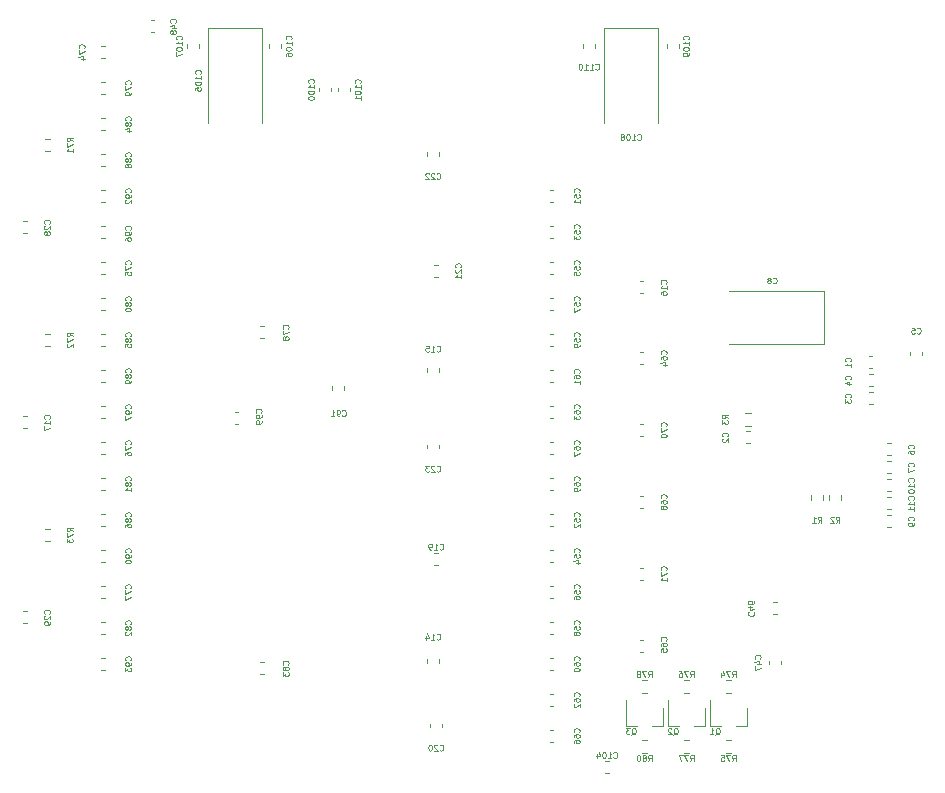
<source format=gbr>
%TF.GenerationSoftware,KiCad,Pcbnew,(5.1.10)-1*%
%TF.CreationDate,2023-08-20T09:24:49-05:00*%
%TF.ProjectId,brs_flight_computer,6272735f-666c-4696-9768-745f636f6d70,A*%
%TF.SameCoordinates,Original*%
%TF.FileFunction,Legend,Bot*%
%TF.FilePolarity,Positive*%
%FSLAX46Y46*%
G04 Gerber Fmt 4.6, Leading zero omitted, Abs format (unit mm)*
G04 Created by KiCad (PCBNEW (5.1.10)-1) date 2023-08-20 09:24:49*
%MOMM*%
%LPD*%
G01*
G04 APERTURE LIST*
%ADD10C,0.120000*%
%ADD11C,0.100000*%
G04 APERTURE END LIST*
D10*
%TO.C,C29*%
X115937420Y-127002000D02*
X116218580Y-127002000D01*
X115937420Y-125982000D02*
X116218580Y-125982000D01*
%TO.C,C28*%
X115937420Y-93982000D02*
X116218580Y-93982000D01*
X115937420Y-92962000D02*
X116218580Y-92962000D01*
%TO.C,C17*%
X115937420Y-110492000D02*
X116218580Y-110492000D01*
X115937420Y-109472000D02*
X116218580Y-109472000D01*
%TO.C,R80*%
X168291742Y-137936500D02*
X168766258Y-137936500D01*
X168291742Y-136891500D02*
X168766258Y-136891500D01*
%TO.C,R78*%
X168766258Y-131811500D02*
X168291742Y-131811500D01*
X168766258Y-132856500D02*
X168291742Y-132856500D01*
%TO.C,R77*%
X171847742Y-137936500D02*
X172322258Y-137936500D01*
X171847742Y-136891500D02*
X172322258Y-136891500D01*
%TO.C,R76*%
X172322258Y-131811500D02*
X171847742Y-131811500D01*
X172322258Y-132856500D02*
X171847742Y-132856500D01*
%TO.C,R75*%
X175403742Y-137936500D02*
X175878258Y-137936500D01*
X175403742Y-136891500D02*
X175878258Y-136891500D01*
%TO.C,R74*%
X175878258Y-131811500D02*
X175403742Y-131811500D01*
X175878258Y-132856500D02*
X175403742Y-132856500D01*
%TO.C,R73*%
X117745742Y-120029500D02*
X118220258Y-120029500D01*
X117745742Y-118984500D02*
X118220258Y-118984500D01*
%TO.C,R72*%
X117745742Y-103519500D02*
X118220258Y-103519500D01*
X117745742Y-102474500D02*
X118220258Y-102474500D01*
%TO.C,R71*%
X117745742Y-87009500D02*
X118220258Y-87009500D01*
X117745742Y-85964500D02*
X118220258Y-85964500D01*
%TO.C,R3*%
X177529258Y-109205500D02*
X177054742Y-109205500D01*
X177529258Y-110250500D02*
X177054742Y-110250500D01*
%TO.C,R2*%
X184135500Y-116094742D02*
X184135500Y-116569258D01*
X185180500Y-116094742D02*
X185180500Y-116569258D01*
%TO.C,R1*%
X182611500Y-116094742D02*
X182611500Y-116569258D01*
X183656500Y-116094742D02*
X183656500Y-116569258D01*
%TO.C,Q3*%
X170109000Y-135650000D02*
X169179000Y-135650000D01*
X166949000Y-135650000D02*
X167879000Y-135650000D01*
X166949000Y-135650000D02*
X166949000Y-133490000D01*
X170109000Y-135650000D02*
X170109000Y-134190000D01*
%TO.C,Q2*%
X173665000Y-135650000D02*
X172735000Y-135650000D01*
X170505000Y-135650000D02*
X171435000Y-135650000D01*
X170505000Y-135650000D02*
X170505000Y-133490000D01*
X173665000Y-135650000D02*
X173665000Y-134190000D01*
%TO.C,Q1*%
X177221000Y-135650000D02*
X176291000Y-135650000D01*
X174061000Y-135650000D02*
X174991000Y-135650000D01*
X174061000Y-135650000D02*
X174061000Y-133490000D01*
X177221000Y-135650000D02*
X177221000Y-134190000D01*
%TO.C,C110*%
X163320000Y-77964420D02*
X163320000Y-78245580D01*
X164340000Y-77964420D02*
X164340000Y-78245580D01*
%TO.C,C109*%
X170432000Y-77964420D02*
X170432000Y-78245580D01*
X171452000Y-77964420D02*
X171452000Y-78245580D01*
%TO.C,C108*%
X165126000Y-84676000D02*
X165126000Y-76616000D01*
X165126000Y-76616000D02*
X169646000Y-76616000D01*
X169646000Y-76616000D02*
X169646000Y-84676000D01*
%TO.C,C107*%
X129792000Y-77964420D02*
X129792000Y-78245580D01*
X130812000Y-77964420D02*
X130812000Y-78245580D01*
%TO.C,C106*%
X136777000Y-77964420D02*
X136777000Y-78245580D01*
X137797000Y-77964420D02*
X137797000Y-78245580D01*
%TO.C,C105*%
X131598000Y-84676000D02*
X131598000Y-76616000D01*
X131598000Y-76616000D02*
X136118000Y-76616000D01*
X136118000Y-76616000D02*
X136118000Y-84676000D01*
%TO.C,C104*%
X165213420Y-139702000D02*
X165494580Y-139702000D01*
X165213420Y-138682000D02*
X165494580Y-138682000D01*
%TO.C,C101*%
X142619000Y-81660420D02*
X142619000Y-81941580D01*
X143639000Y-81660420D02*
X143639000Y-81941580D01*
%TO.C,C100*%
X140968000Y-81647420D02*
X140968000Y-81928580D01*
X141988000Y-81647420D02*
X141988000Y-81928580D01*
%TO.C,C99*%
X133844420Y-110111000D02*
X134125580Y-110111000D01*
X133844420Y-109091000D02*
X134125580Y-109091000D01*
%TO.C,C97*%
X122822580Y-108583000D02*
X122541420Y-108583000D01*
X122822580Y-109603000D02*
X122541420Y-109603000D01*
%TO.C,C96*%
X122822580Y-93343000D02*
X122541420Y-93343000D01*
X122822580Y-94363000D02*
X122541420Y-94363000D01*
%TO.C,C93*%
X122822580Y-129919000D02*
X122541420Y-129919000D01*
X122822580Y-130939000D02*
X122541420Y-130939000D01*
%TO.C,C92*%
X122835580Y-90295000D02*
X122554420Y-90295000D01*
X122835580Y-91315000D02*
X122554420Y-91315000D01*
%TO.C,C91*%
X142111000Y-106920420D02*
X142111000Y-107201580D01*
X143131000Y-106920420D02*
X143131000Y-107201580D01*
%TO.C,C90*%
X122822580Y-120775000D02*
X122541420Y-120775000D01*
X122822580Y-121795000D02*
X122541420Y-121795000D01*
%TO.C,C89*%
X122822580Y-105535000D02*
X122541420Y-105535000D01*
X122822580Y-106555000D02*
X122541420Y-106555000D01*
%TO.C,C88*%
X122822580Y-87247000D02*
X122541420Y-87247000D01*
X122822580Y-88267000D02*
X122541420Y-88267000D01*
%TO.C,C86*%
X122822580Y-117727000D02*
X122541420Y-117727000D01*
X122822580Y-118747000D02*
X122541420Y-118747000D01*
%TO.C,C85*%
X122822580Y-102487000D02*
X122541420Y-102487000D01*
X122822580Y-103507000D02*
X122541420Y-103507000D01*
%TO.C,C84*%
X122822580Y-84199000D02*
X122541420Y-84199000D01*
X122822580Y-85219000D02*
X122541420Y-85219000D01*
%TO.C,C83*%
X136003420Y-131320000D02*
X136284580Y-131320000D01*
X136003420Y-130300000D02*
X136284580Y-130300000D01*
%TO.C,C82*%
X122822580Y-126871000D02*
X122541420Y-126871000D01*
X122822580Y-127891000D02*
X122541420Y-127891000D01*
%TO.C,C81*%
X122822580Y-114679000D02*
X122541420Y-114679000D01*
X122822580Y-115699000D02*
X122541420Y-115699000D01*
%TO.C,C80*%
X122822580Y-99439000D02*
X122541420Y-99439000D01*
X122822580Y-100459000D02*
X122541420Y-100459000D01*
%TO.C,C79*%
X122822580Y-81151000D02*
X122541420Y-81151000D01*
X122822580Y-82171000D02*
X122541420Y-82171000D01*
%TO.C,C78*%
X136003420Y-102872000D02*
X136284580Y-102872000D01*
X136003420Y-101852000D02*
X136284580Y-101852000D01*
%TO.C,C77*%
X122822580Y-123823000D02*
X122541420Y-123823000D01*
X122822580Y-124843000D02*
X122541420Y-124843000D01*
%TO.C,C76*%
X122822580Y-111631000D02*
X122541420Y-111631000D01*
X122822580Y-112651000D02*
X122541420Y-112651000D01*
%TO.C,C75*%
X122822580Y-96391000D02*
X122541420Y-96391000D01*
X122822580Y-97411000D02*
X122541420Y-97411000D01*
%TO.C,C74*%
X122822580Y-78103000D02*
X122541420Y-78103000D01*
X122822580Y-79123000D02*
X122541420Y-79123000D01*
%TO.C,C71*%
X168134420Y-123319000D02*
X168415580Y-123319000D01*
X168134420Y-122299000D02*
X168415580Y-122299000D01*
%TO.C,C70*%
X168134420Y-111127000D02*
X168415580Y-111127000D01*
X168134420Y-110107000D02*
X168415580Y-110107000D01*
%TO.C,C69*%
X160795580Y-114679000D02*
X160514420Y-114679000D01*
X160795580Y-115699000D02*
X160514420Y-115699000D01*
%TO.C,C68*%
X168134420Y-117223000D02*
X168415580Y-117223000D01*
X168134420Y-116203000D02*
X168415580Y-116203000D01*
%TO.C,C67*%
X160795580Y-111631000D02*
X160514420Y-111631000D01*
X160795580Y-112651000D02*
X160514420Y-112651000D01*
%TO.C,C66*%
X160795580Y-136015000D02*
X160514420Y-136015000D01*
X160795580Y-137035000D02*
X160514420Y-137035000D01*
%TO.C,C65*%
X168134420Y-129415000D02*
X168415580Y-129415000D01*
X168134420Y-128395000D02*
X168415580Y-128395000D01*
%TO.C,C64*%
X168134420Y-105031000D02*
X168415580Y-105031000D01*
X168134420Y-104011000D02*
X168415580Y-104011000D01*
%TO.C,C63*%
X160795580Y-108583000D02*
X160514420Y-108583000D01*
X160795580Y-109603000D02*
X160514420Y-109603000D01*
%TO.C,C62*%
X160795580Y-132967000D02*
X160514420Y-132967000D01*
X160795580Y-133987000D02*
X160514420Y-133987000D01*
%TO.C,C61*%
X160795580Y-105535000D02*
X160514420Y-105535000D01*
X160795580Y-106555000D02*
X160514420Y-106555000D01*
%TO.C,C60*%
X160795580Y-129919000D02*
X160514420Y-129919000D01*
X160795580Y-130939000D02*
X160514420Y-130939000D01*
%TO.C,C59*%
X160795580Y-102487000D02*
X160514420Y-102487000D01*
X160795580Y-103507000D02*
X160514420Y-103507000D01*
%TO.C,C58*%
X160795580Y-126871000D02*
X160514420Y-126871000D01*
X160795580Y-127891000D02*
X160514420Y-127891000D01*
%TO.C,C57*%
X160795580Y-99439000D02*
X160514420Y-99439000D01*
X160795580Y-100459000D02*
X160514420Y-100459000D01*
%TO.C,C56*%
X160795580Y-123823000D02*
X160514420Y-123823000D01*
X160795580Y-124843000D02*
X160514420Y-124843000D01*
%TO.C,C55*%
X160795580Y-96391000D02*
X160514420Y-96391000D01*
X160795580Y-97411000D02*
X160514420Y-97411000D01*
%TO.C,C54*%
X160795580Y-120775000D02*
X160514420Y-120775000D01*
X160795580Y-121795000D02*
X160514420Y-121795000D01*
%TO.C,C53*%
X160795580Y-93343000D02*
X160514420Y-93343000D01*
X160795580Y-94363000D02*
X160514420Y-94363000D01*
%TO.C,C52*%
X160795580Y-117727000D02*
X160514420Y-117727000D01*
X160795580Y-118747000D02*
X160514420Y-118747000D01*
%TO.C,C51*%
X160795580Y-90295000D02*
X160514420Y-90295000D01*
X160795580Y-91315000D02*
X160514420Y-91315000D01*
%TO.C,C48*%
X126732420Y-76964000D02*
X127013580Y-76964000D01*
X126732420Y-75944000D02*
X127013580Y-75944000D01*
%TO.C,C47*%
X179068000Y-130161420D02*
X179068000Y-130442580D01*
X180088000Y-130161420D02*
X180088000Y-130442580D01*
%TO.C,C46*%
X179437420Y-126240000D02*
X179718580Y-126240000D01*
X179437420Y-125220000D02*
X179718580Y-125220000D01*
%TO.C,C23*%
X150112000Y-111873420D02*
X150112000Y-112154580D01*
X151132000Y-111873420D02*
X151132000Y-112154580D01*
%TO.C,C22*%
X150112000Y-87108420D02*
X150112000Y-87389580D01*
X151132000Y-87108420D02*
X151132000Y-87389580D01*
%TO.C,C21*%
X151016580Y-96645000D02*
X150735420Y-96645000D01*
X151016580Y-97665000D02*
X150735420Y-97665000D01*
%TO.C,C20*%
X151386000Y-135776580D02*
X151386000Y-135495420D01*
X150366000Y-135776580D02*
X150366000Y-135495420D01*
%TO.C,C19*%
X151016580Y-121029000D02*
X150735420Y-121029000D01*
X151016580Y-122049000D02*
X150735420Y-122049000D01*
%TO.C,C16*%
X168134420Y-99062000D02*
X168415580Y-99062000D01*
X168134420Y-98042000D02*
X168415580Y-98042000D01*
%TO.C,C15*%
X151132000Y-105396420D02*
X151132000Y-105677580D01*
X150112000Y-105396420D02*
X150112000Y-105677580D01*
%TO.C,C14*%
X150112000Y-130034420D02*
X150112000Y-130315580D01*
X151132000Y-130034420D02*
X151132000Y-130315580D01*
%TO.C,C11*%
X189370580Y-116330000D02*
X189089420Y-116330000D01*
X189370580Y-117350000D02*
X189089420Y-117350000D01*
%TO.C,C10*%
X189370580Y-114806000D02*
X189089420Y-114806000D01*
X189370580Y-115826000D02*
X189089420Y-115826000D01*
%TO.C,C9*%
X189370580Y-117854000D02*
X189089420Y-117854000D01*
X189370580Y-118874000D02*
X189089420Y-118874000D01*
%TO.C,C8*%
X175674000Y-98832000D02*
X183734000Y-98832000D01*
X183734000Y-98832000D02*
X183734000Y-103352000D01*
X183734000Y-103352000D02*
X175674000Y-103352000D01*
%TO.C,C7*%
X189089420Y-114302000D02*
X189370580Y-114302000D01*
X189089420Y-113282000D02*
X189370580Y-113282000D01*
%TO.C,C6*%
X189089420Y-112778000D02*
X189370580Y-112778000D01*
X189089420Y-111758000D02*
X189370580Y-111758000D01*
%TO.C,C5*%
X192026000Y-104280580D02*
X192026000Y-103999420D01*
X191006000Y-104280580D02*
X191006000Y-103999420D01*
%TO.C,C4*%
X187846580Y-105916000D02*
X187565420Y-105916000D01*
X187846580Y-106936000D02*
X187565420Y-106936000D01*
%TO.C,C3*%
X187846580Y-107440000D02*
X187565420Y-107440000D01*
X187846580Y-108460000D02*
X187565420Y-108460000D01*
%TO.C,C2*%
X177151420Y-111762000D02*
X177432580Y-111762000D01*
X177151420Y-110742000D02*
X177432580Y-110742000D01*
%TO.C,C1*%
X187833580Y-104392000D02*
X187552420Y-104392000D01*
X187833580Y-105412000D02*
X187552420Y-105412000D01*
%TO.C,C29*%
D11*
X118161571Y-126170571D02*
X118185380Y-126146761D01*
X118209190Y-126075333D01*
X118209190Y-126027714D01*
X118185380Y-125956285D01*
X118137761Y-125908666D01*
X118090142Y-125884857D01*
X117994904Y-125861047D01*
X117923476Y-125861047D01*
X117828238Y-125884857D01*
X117780619Y-125908666D01*
X117733000Y-125956285D01*
X117709190Y-126027714D01*
X117709190Y-126075333D01*
X117733000Y-126146761D01*
X117756809Y-126170571D01*
X117756809Y-126361047D02*
X117733000Y-126384857D01*
X117709190Y-126432476D01*
X117709190Y-126551523D01*
X117733000Y-126599142D01*
X117756809Y-126622952D01*
X117804428Y-126646761D01*
X117852047Y-126646761D01*
X117923476Y-126622952D01*
X118209190Y-126337238D01*
X118209190Y-126646761D01*
X118209190Y-126884857D02*
X118209190Y-126980095D01*
X118185380Y-127027714D01*
X118161571Y-127051523D01*
X118090142Y-127099142D01*
X117994904Y-127122952D01*
X117804428Y-127122952D01*
X117756809Y-127099142D01*
X117733000Y-127075333D01*
X117709190Y-127027714D01*
X117709190Y-126932476D01*
X117733000Y-126884857D01*
X117756809Y-126861047D01*
X117804428Y-126837238D01*
X117923476Y-126837238D01*
X117971095Y-126861047D01*
X117994904Y-126884857D01*
X118018714Y-126932476D01*
X118018714Y-127027714D01*
X117994904Y-127075333D01*
X117971095Y-127099142D01*
X117923476Y-127122952D01*
%TO.C,C28*%
X118161571Y-93150571D02*
X118185380Y-93126761D01*
X118209190Y-93055333D01*
X118209190Y-93007714D01*
X118185380Y-92936285D01*
X118137761Y-92888666D01*
X118090142Y-92864857D01*
X117994904Y-92841047D01*
X117923476Y-92841047D01*
X117828238Y-92864857D01*
X117780619Y-92888666D01*
X117733000Y-92936285D01*
X117709190Y-93007714D01*
X117709190Y-93055333D01*
X117733000Y-93126761D01*
X117756809Y-93150571D01*
X117756809Y-93341047D02*
X117733000Y-93364857D01*
X117709190Y-93412476D01*
X117709190Y-93531523D01*
X117733000Y-93579142D01*
X117756809Y-93602952D01*
X117804428Y-93626761D01*
X117852047Y-93626761D01*
X117923476Y-93602952D01*
X118209190Y-93317238D01*
X118209190Y-93626761D01*
X117923476Y-93912476D02*
X117899666Y-93864857D01*
X117875857Y-93841047D01*
X117828238Y-93817238D01*
X117804428Y-93817238D01*
X117756809Y-93841047D01*
X117733000Y-93864857D01*
X117709190Y-93912476D01*
X117709190Y-94007714D01*
X117733000Y-94055333D01*
X117756809Y-94079142D01*
X117804428Y-94102952D01*
X117828238Y-94102952D01*
X117875857Y-94079142D01*
X117899666Y-94055333D01*
X117923476Y-94007714D01*
X117923476Y-93912476D01*
X117947285Y-93864857D01*
X117971095Y-93841047D01*
X118018714Y-93817238D01*
X118113952Y-93817238D01*
X118161571Y-93841047D01*
X118185380Y-93864857D01*
X118209190Y-93912476D01*
X118209190Y-94007714D01*
X118185380Y-94055333D01*
X118161571Y-94079142D01*
X118113952Y-94102952D01*
X118018714Y-94102952D01*
X117971095Y-94079142D01*
X117947285Y-94055333D01*
X117923476Y-94007714D01*
%TO.C,C17*%
X118161571Y-109660571D02*
X118185380Y-109636761D01*
X118209190Y-109565333D01*
X118209190Y-109517714D01*
X118185380Y-109446285D01*
X118137761Y-109398666D01*
X118090142Y-109374857D01*
X117994904Y-109351047D01*
X117923476Y-109351047D01*
X117828238Y-109374857D01*
X117780619Y-109398666D01*
X117733000Y-109446285D01*
X117709190Y-109517714D01*
X117709190Y-109565333D01*
X117733000Y-109636761D01*
X117756809Y-109660571D01*
X118209190Y-110136761D02*
X118209190Y-109851047D01*
X118209190Y-109993904D02*
X117709190Y-109993904D01*
X117780619Y-109946285D01*
X117828238Y-109898666D01*
X117852047Y-109851047D01*
X117709190Y-110303428D02*
X117709190Y-110636761D01*
X118209190Y-110422476D01*
%TO.C,R80*%
X168850428Y-138656190D02*
X169017095Y-138418095D01*
X169136142Y-138656190D02*
X169136142Y-138156190D01*
X168945666Y-138156190D01*
X168898047Y-138180000D01*
X168874238Y-138203809D01*
X168850428Y-138251428D01*
X168850428Y-138322857D01*
X168874238Y-138370476D01*
X168898047Y-138394285D01*
X168945666Y-138418095D01*
X169136142Y-138418095D01*
X168564714Y-138370476D02*
X168612333Y-138346666D01*
X168636142Y-138322857D01*
X168659952Y-138275238D01*
X168659952Y-138251428D01*
X168636142Y-138203809D01*
X168612333Y-138180000D01*
X168564714Y-138156190D01*
X168469476Y-138156190D01*
X168421857Y-138180000D01*
X168398047Y-138203809D01*
X168374238Y-138251428D01*
X168374238Y-138275238D01*
X168398047Y-138322857D01*
X168421857Y-138346666D01*
X168469476Y-138370476D01*
X168564714Y-138370476D01*
X168612333Y-138394285D01*
X168636142Y-138418095D01*
X168659952Y-138465714D01*
X168659952Y-138560952D01*
X168636142Y-138608571D01*
X168612333Y-138632380D01*
X168564714Y-138656190D01*
X168469476Y-138656190D01*
X168421857Y-138632380D01*
X168398047Y-138608571D01*
X168374238Y-138560952D01*
X168374238Y-138465714D01*
X168398047Y-138418095D01*
X168421857Y-138394285D01*
X168469476Y-138370476D01*
X168064714Y-138156190D02*
X168017095Y-138156190D01*
X167969476Y-138180000D01*
X167945666Y-138203809D01*
X167921857Y-138251428D01*
X167898047Y-138346666D01*
X167898047Y-138465714D01*
X167921857Y-138560952D01*
X167945666Y-138608571D01*
X167969476Y-138632380D01*
X168017095Y-138656190D01*
X168064714Y-138656190D01*
X168112333Y-138632380D01*
X168136142Y-138608571D01*
X168159952Y-138560952D01*
X168183761Y-138465714D01*
X168183761Y-138346666D01*
X168159952Y-138251428D01*
X168136142Y-138203809D01*
X168112333Y-138180000D01*
X168064714Y-138156190D01*
%TO.C,R78*%
X168850428Y-131544190D02*
X169017095Y-131306095D01*
X169136142Y-131544190D02*
X169136142Y-131044190D01*
X168945666Y-131044190D01*
X168898047Y-131068000D01*
X168874238Y-131091809D01*
X168850428Y-131139428D01*
X168850428Y-131210857D01*
X168874238Y-131258476D01*
X168898047Y-131282285D01*
X168945666Y-131306095D01*
X169136142Y-131306095D01*
X168683761Y-131044190D02*
X168350428Y-131044190D01*
X168564714Y-131544190D01*
X168088523Y-131258476D02*
X168136142Y-131234666D01*
X168159952Y-131210857D01*
X168183761Y-131163238D01*
X168183761Y-131139428D01*
X168159952Y-131091809D01*
X168136142Y-131068000D01*
X168088523Y-131044190D01*
X167993285Y-131044190D01*
X167945666Y-131068000D01*
X167921857Y-131091809D01*
X167898047Y-131139428D01*
X167898047Y-131163238D01*
X167921857Y-131210857D01*
X167945666Y-131234666D01*
X167993285Y-131258476D01*
X168088523Y-131258476D01*
X168136142Y-131282285D01*
X168159952Y-131306095D01*
X168183761Y-131353714D01*
X168183761Y-131448952D01*
X168159952Y-131496571D01*
X168136142Y-131520380D01*
X168088523Y-131544190D01*
X167993285Y-131544190D01*
X167945666Y-131520380D01*
X167921857Y-131496571D01*
X167898047Y-131448952D01*
X167898047Y-131353714D01*
X167921857Y-131306095D01*
X167945666Y-131282285D01*
X167993285Y-131258476D01*
%TO.C,R77*%
X172406428Y-138656190D02*
X172573095Y-138418095D01*
X172692142Y-138656190D02*
X172692142Y-138156190D01*
X172501666Y-138156190D01*
X172454047Y-138180000D01*
X172430238Y-138203809D01*
X172406428Y-138251428D01*
X172406428Y-138322857D01*
X172430238Y-138370476D01*
X172454047Y-138394285D01*
X172501666Y-138418095D01*
X172692142Y-138418095D01*
X172239761Y-138156190D02*
X171906428Y-138156190D01*
X172120714Y-138656190D01*
X171763571Y-138156190D02*
X171430238Y-138156190D01*
X171644523Y-138656190D01*
%TO.C,R76*%
X172406428Y-131544190D02*
X172573095Y-131306095D01*
X172692142Y-131544190D02*
X172692142Y-131044190D01*
X172501666Y-131044190D01*
X172454047Y-131068000D01*
X172430238Y-131091809D01*
X172406428Y-131139428D01*
X172406428Y-131210857D01*
X172430238Y-131258476D01*
X172454047Y-131282285D01*
X172501666Y-131306095D01*
X172692142Y-131306095D01*
X172239761Y-131044190D02*
X171906428Y-131044190D01*
X172120714Y-131544190D01*
X171501666Y-131044190D02*
X171596904Y-131044190D01*
X171644523Y-131068000D01*
X171668333Y-131091809D01*
X171715952Y-131163238D01*
X171739761Y-131258476D01*
X171739761Y-131448952D01*
X171715952Y-131496571D01*
X171692142Y-131520380D01*
X171644523Y-131544190D01*
X171549285Y-131544190D01*
X171501666Y-131520380D01*
X171477857Y-131496571D01*
X171454047Y-131448952D01*
X171454047Y-131329904D01*
X171477857Y-131282285D01*
X171501666Y-131258476D01*
X171549285Y-131234666D01*
X171644523Y-131234666D01*
X171692142Y-131258476D01*
X171715952Y-131282285D01*
X171739761Y-131329904D01*
%TO.C,R75*%
X175962428Y-138656190D02*
X176129095Y-138418095D01*
X176248142Y-138656190D02*
X176248142Y-138156190D01*
X176057666Y-138156190D01*
X176010047Y-138180000D01*
X175986238Y-138203809D01*
X175962428Y-138251428D01*
X175962428Y-138322857D01*
X175986238Y-138370476D01*
X176010047Y-138394285D01*
X176057666Y-138418095D01*
X176248142Y-138418095D01*
X175795761Y-138156190D02*
X175462428Y-138156190D01*
X175676714Y-138656190D01*
X175033857Y-138156190D02*
X175271952Y-138156190D01*
X175295761Y-138394285D01*
X175271952Y-138370476D01*
X175224333Y-138346666D01*
X175105285Y-138346666D01*
X175057666Y-138370476D01*
X175033857Y-138394285D01*
X175010047Y-138441904D01*
X175010047Y-138560952D01*
X175033857Y-138608571D01*
X175057666Y-138632380D01*
X175105285Y-138656190D01*
X175224333Y-138656190D01*
X175271952Y-138632380D01*
X175295761Y-138608571D01*
%TO.C,R74*%
X175962428Y-131544190D02*
X176129095Y-131306095D01*
X176248142Y-131544190D02*
X176248142Y-131044190D01*
X176057666Y-131044190D01*
X176010047Y-131068000D01*
X175986238Y-131091809D01*
X175962428Y-131139428D01*
X175962428Y-131210857D01*
X175986238Y-131258476D01*
X176010047Y-131282285D01*
X176057666Y-131306095D01*
X176248142Y-131306095D01*
X175795761Y-131044190D02*
X175462428Y-131044190D01*
X175676714Y-131544190D01*
X175057666Y-131210857D02*
X175057666Y-131544190D01*
X175176714Y-131020380D02*
X175295761Y-131377523D01*
X174986238Y-131377523D01*
%TO.C,R73*%
X120114190Y-119185571D02*
X119876095Y-119018904D01*
X120114190Y-118899857D02*
X119614190Y-118899857D01*
X119614190Y-119090333D01*
X119638000Y-119137952D01*
X119661809Y-119161761D01*
X119709428Y-119185571D01*
X119780857Y-119185571D01*
X119828476Y-119161761D01*
X119852285Y-119137952D01*
X119876095Y-119090333D01*
X119876095Y-118899857D01*
X119614190Y-119352238D02*
X119614190Y-119685571D01*
X120114190Y-119471285D01*
X119614190Y-119828428D02*
X119614190Y-120137952D01*
X119804666Y-119971285D01*
X119804666Y-120042714D01*
X119828476Y-120090333D01*
X119852285Y-120114142D01*
X119899904Y-120137952D01*
X120018952Y-120137952D01*
X120066571Y-120114142D01*
X120090380Y-120090333D01*
X120114190Y-120042714D01*
X120114190Y-119899857D01*
X120090380Y-119852238D01*
X120066571Y-119828428D01*
%TO.C,R72*%
X120114190Y-102675571D02*
X119876095Y-102508904D01*
X120114190Y-102389857D02*
X119614190Y-102389857D01*
X119614190Y-102580333D01*
X119638000Y-102627952D01*
X119661809Y-102651761D01*
X119709428Y-102675571D01*
X119780857Y-102675571D01*
X119828476Y-102651761D01*
X119852285Y-102627952D01*
X119876095Y-102580333D01*
X119876095Y-102389857D01*
X119614190Y-102842238D02*
X119614190Y-103175571D01*
X120114190Y-102961285D01*
X119661809Y-103342238D02*
X119638000Y-103366047D01*
X119614190Y-103413666D01*
X119614190Y-103532714D01*
X119638000Y-103580333D01*
X119661809Y-103604142D01*
X119709428Y-103627952D01*
X119757047Y-103627952D01*
X119828476Y-103604142D01*
X120114190Y-103318428D01*
X120114190Y-103627952D01*
%TO.C,R71*%
X120114190Y-86165571D02*
X119876095Y-85998904D01*
X120114190Y-85879857D02*
X119614190Y-85879857D01*
X119614190Y-86070333D01*
X119638000Y-86117952D01*
X119661809Y-86141761D01*
X119709428Y-86165571D01*
X119780857Y-86165571D01*
X119828476Y-86141761D01*
X119852285Y-86117952D01*
X119876095Y-86070333D01*
X119876095Y-85879857D01*
X119614190Y-86332238D02*
X119614190Y-86665571D01*
X120114190Y-86451285D01*
X120114190Y-87117952D02*
X120114190Y-86832238D01*
X120114190Y-86975095D02*
X119614190Y-86975095D01*
X119685619Y-86927476D01*
X119733238Y-86879857D01*
X119757047Y-86832238D01*
%TO.C,R3*%
X175613190Y-109644666D02*
X175375095Y-109478000D01*
X175613190Y-109358952D02*
X175113190Y-109358952D01*
X175113190Y-109549428D01*
X175137000Y-109597047D01*
X175160809Y-109620857D01*
X175208428Y-109644666D01*
X175279857Y-109644666D01*
X175327476Y-109620857D01*
X175351285Y-109597047D01*
X175375095Y-109549428D01*
X175375095Y-109358952D01*
X175113190Y-109811333D02*
X175113190Y-110120857D01*
X175303666Y-109954190D01*
X175303666Y-110025619D01*
X175327476Y-110073238D01*
X175351285Y-110097047D01*
X175398904Y-110120857D01*
X175517952Y-110120857D01*
X175565571Y-110097047D01*
X175589380Y-110073238D01*
X175613190Y-110025619D01*
X175613190Y-109882761D01*
X175589380Y-109835142D01*
X175565571Y-109811333D01*
%TO.C,R2*%
X184741333Y-118463190D02*
X184908000Y-118225095D01*
X185027047Y-118463190D02*
X185027047Y-117963190D01*
X184836571Y-117963190D01*
X184788952Y-117987000D01*
X184765142Y-118010809D01*
X184741333Y-118058428D01*
X184741333Y-118129857D01*
X184765142Y-118177476D01*
X184788952Y-118201285D01*
X184836571Y-118225095D01*
X185027047Y-118225095D01*
X184550857Y-118010809D02*
X184527047Y-117987000D01*
X184479428Y-117963190D01*
X184360380Y-117963190D01*
X184312761Y-117987000D01*
X184288952Y-118010809D01*
X184265142Y-118058428D01*
X184265142Y-118106047D01*
X184288952Y-118177476D01*
X184574666Y-118463190D01*
X184265142Y-118463190D01*
%TO.C,R1*%
X183217333Y-118463190D02*
X183384000Y-118225095D01*
X183503047Y-118463190D02*
X183503047Y-117963190D01*
X183312571Y-117963190D01*
X183264952Y-117987000D01*
X183241142Y-118010809D01*
X183217333Y-118058428D01*
X183217333Y-118129857D01*
X183241142Y-118177476D01*
X183264952Y-118201285D01*
X183312571Y-118225095D01*
X183503047Y-118225095D01*
X182741142Y-118463190D02*
X183026857Y-118463190D01*
X182884000Y-118463190D02*
X182884000Y-117963190D01*
X182931619Y-118034619D01*
X182979238Y-118082238D01*
X183026857Y-118106047D01*
%TO.C,Q3*%
X167433619Y-136417809D02*
X167481238Y-136394000D01*
X167528857Y-136346380D01*
X167600285Y-136274952D01*
X167647904Y-136251142D01*
X167695523Y-136251142D01*
X167671714Y-136370190D02*
X167719333Y-136346380D01*
X167766952Y-136298761D01*
X167790761Y-136203523D01*
X167790761Y-136036857D01*
X167766952Y-135941619D01*
X167719333Y-135894000D01*
X167671714Y-135870190D01*
X167576476Y-135870190D01*
X167528857Y-135894000D01*
X167481238Y-135941619D01*
X167457428Y-136036857D01*
X167457428Y-136203523D01*
X167481238Y-136298761D01*
X167528857Y-136346380D01*
X167576476Y-136370190D01*
X167671714Y-136370190D01*
X167290761Y-135870190D02*
X166981238Y-135870190D01*
X167147904Y-136060666D01*
X167076476Y-136060666D01*
X167028857Y-136084476D01*
X167005047Y-136108285D01*
X166981238Y-136155904D01*
X166981238Y-136274952D01*
X167005047Y-136322571D01*
X167028857Y-136346380D01*
X167076476Y-136370190D01*
X167219333Y-136370190D01*
X167266952Y-136346380D01*
X167290761Y-136322571D01*
%TO.C,Q2*%
X170989619Y-136417809D02*
X171037238Y-136394000D01*
X171084857Y-136346380D01*
X171156285Y-136274952D01*
X171203904Y-136251142D01*
X171251523Y-136251142D01*
X171227714Y-136370190D02*
X171275333Y-136346380D01*
X171322952Y-136298761D01*
X171346761Y-136203523D01*
X171346761Y-136036857D01*
X171322952Y-135941619D01*
X171275333Y-135894000D01*
X171227714Y-135870190D01*
X171132476Y-135870190D01*
X171084857Y-135894000D01*
X171037238Y-135941619D01*
X171013428Y-136036857D01*
X171013428Y-136203523D01*
X171037238Y-136298761D01*
X171084857Y-136346380D01*
X171132476Y-136370190D01*
X171227714Y-136370190D01*
X170822952Y-135917809D02*
X170799142Y-135894000D01*
X170751523Y-135870190D01*
X170632476Y-135870190D01*
X170584857Y-135894000D01*
X170561047Y-135917809D01*
X170537238Y-135965428D01*
X170537238Y-136013047D01*
X170561047Y-136084476D01*
X170846761Y-136370190D01*
X170537238Y-136370190D01*
%TO.C,Q1*%
X174545619Y-136417809D02*
X174593238Y-136394000D01*
X174640857Y-136346380D01*
X174712285Y-136274952D01*
X174759904Y-136251142D01*
X174807523Y-136251142D01*
X174783714Y-136370190D02*
X174831333Y-136346380D01*
X174878952Y-136298761D01*
X174902761Y-136203523D01*
X174902761Y-136036857D01*
X174878952Y-135941619D01*
X174831333Y-135894000D01*
X174783714Y-135870190D01*
X174688476Y-135870190D01*
X174640857Y-135894000D01*
X174593238Y-135941619D01*
X174569428Y-136036857D01*
X174569428Y-136203523D01*
X174593238Y-136298761D01*
X174640857Y-136346380D01*
X174688476Y-136370190D01*
X174783714Y-136370190D01*
X174093238Y-136370190D02*
X174378952Y-136370190D01*
X174236095Y-136370190D02*
X174236095Y-135870190D01*
X174283714Y-135941619D01*
X174331333Y-135989238D01*
X174378952Y-136013047D01*
%TO.C,C110*%
X164389523Y-80061571D02*
X164413333Y-80085380D01*
X164484761Y-80109190D01*
X164532380Y-80109190D01*
X164603809Y-80085380D01*
X164651428Y-80037761D01*
X164675238Y-79990142D01*
X164699047Y-79894904D01*
X164699047Y-79823476D01*
X164675238Y-79728238D01*
X164651428Y-79680619D01*
X164603809Y-79633000D01*
X164532380Y-79609190D01*
X164484761Y-79609190D01*
X164413333Y-79633000D01*
X164389523Y-79656809D01*
X163913333Y-80109190D02*
X164199047Y-80109190D01*
X164056190Y-80109190D02*
X164056190Y-79609190D01*
X164103809Y-79680619D01*
X164151428Y-79728238D01*
X164199047Y-79752047D01*
X163437142Y-80109190D02*
X163722857Y-80109190D01*
X163580000Y-80109190D02*
X163580000Y-79609190D01*
X163627619Y-79680619D01*
X163675238Y-79728238D01*
X163722857Y-79752047D01*
X163127619Y-79609190D02*
X163080000Y-79609190D01*
X163032380Y-79633000D01*
X163008571Y-79656809D01*
X162984761Y-79704428D01*
X162960952Y-79799666D01*
X162960952Y-79918714D01*
X162984761Y-80013952D01*
X163008571Y-80061571D01*
X163032380Y-80085380D01*
X163080000Y-80109190D01*
X163127619Y-80109190D01*
X163175238Y-80085380D01*
X163199047Y-80061571D01*
X163222857Y-80013952D01*
X163246666Y-79918714D01*
X163246666Y-79799666D01*
X163222857Y-79704428D01*
X163199047Y-79656809D01*
X163175238Y-79633000D01*
X163127619Y-79609190D01*
%TO.C,C109*%
X172263571Y-77545476D02*
X172287380Y-77521666D01*
X172311190Y-77450238D01*
X172311190Y-77402619D01*
X172287380Y-77331190D01*
X172239761Y-77283571D01*
X172192142Y-77259761D01*
X172096904Y-77235952D01*
X172025476Y-77235952D01*
X171930238Y-77259761D01*
X171882619Y-77283571D01*
X171835000Y-77331190D01*
X171811190Y-77402619D01*
X171811190Y-77450238D01*
X171835000Y-77521666D01*
X171858809Y-77545476D01*
X172311190Y-78021666D02*
X172311190Y-77735952D01*
X172311190Y-77878809D02*
X171811190Y-77878809D01*
X171882619Y-77831190D01*
X171930238Y-77783571D01*
X171954047Y-77735952D01*
X171811190Y-78331190D02*
X171811190Y-78378809D01*
X171835000Y-78426428D01*
X171858809Y-78450238D01*
X171906428Y-78474047D01*
X172001666Y-78497857D01*
X172120714Y-78497857D01*
X172215952Y-78474047D01*
X172263571Y-78450238D01*
X172287380Y-78426428D01*
X172311190Y-78378809D01*
X172311190Y-78331190D01*
X172287380Y-78283571D01*
X172263571Y-78259761D01*
X172215952Y-78235952D01*
X172120714Y-78212142D01*
X172001666Y-78212142D01*
X171906428Y-78235952D01*
X171858809Y-78259761D01*
X171835000Y-78283571D01*
X171811190Y-78331190D01*
X172311190Y-78735952D02*
X172311190Y-78831190D01*
X172287380Y-78878809D01*
X172263571Y-78902619D01*
X172192142Y-78950238D01*
X172096904Y-78974047D01*
X171906428Y-78974047D01*
X171858809Y-78950238D01*
X171835000Y-78926428D01*
X171811190Y-78878809D01*
X171811190Y-78783571D01*
X171835000Y-78735952D01*
X171858809Y-78712142D01*
X171906428Y-78688333D01*
X172025476Y-78688333D01*
X172073095Y-78712142D01*
X172096904Y-78735952D01*
X172120714Y-78783571D01*
X172120714Y-78878809D01*
X172096904Y-78926428D01*
X172073095Y-78950238D01*
X172025476Y-78974047D01*
%TO.C,C108*%
X167945523Y-86030571D02*
X167969333Y-86054380D01*
X168040761Y-86078190D01*
X168088380Y-86078190D01*
X168159809Y-86054380D01*
X168207428Y-86006761D01*
X168231238Y-85959142D01*
X168255047Y-85863904D01*
X168255047Y-85792476D01*
X168231238Y-85697238D01*
X168207428Y-85649619D01*
X168159809Y-85602000D01*
X168088380Y-85578190D01*
X168040761Y-85578190D01*
X167969333Y-85602000D01*
X167945523Y-85625809D01*
X167469333Y-86078190D02*
X167755047Y-86078190D01*
X167612190Y-86078190D02*
X167612190Y-85578190D01*
X167659809Y-85649619D01*
X167707428Y-85697238D01*
X167755047Y-85721047D01*
X167159809Y-85578190D02*
X167112190Y-85578190D01*
X167064571Y-85602000D01*
X167040761Y-85625809D01*
X167016952Y-85673428D01*
X166993142Y-85768666D01*
X166993142Y-85887714D01*
X167016952Y-85982952D01*
X167040761Y-86030571D01*
X167064571Y-86054380D01*
X167112190Y-86078190D01*
X167159809Y-86078190D01*
X167207428Y-86054380D01*
X167231238Y-86030571D01*
X167255047Y-85982952D01*
X167278857Y-85887714D01*
X167278857Y-85768666D01*
X167255047Y-85673428D01*
X167231238Y-85625809D01*
X167207428Y-85602000D01*
X167159809Y-85578190D01*
X166707428Y-85792476D02*
X166755047Y-85768666D01*
X166778857Y-85744857D01*
X166802666Y-85697238D01*
X166802666Y-85673428D01*
X166778857Y-85625809D01*
X166755047Y-85602000D01*
X166707428Y-85578190D01*
X166612190Y-85578190D01*
X166564571Y-85602000D01*
X166540761Y-85625809D01*
X166516952Y-85673428D01*
X166516952Y-85697238D01*
X166540761Y-85744857D01*
X166564571Y-85768666D01*
X166612190Y-85792476D01*
X166707428Y-85792476D01*
X166755047Y-85816285D01*
X166778857Y-85840095D01*
X166802666Y-85887714D01*
X166802666Y-85982952D01*
X166778857Y-86030571D01*
X166755047Y-86054380D01*
X166707428Y-86078190D01*
X166612190Y-86078190D01*
X166564571Y-86054380D01*
X166540761Y-86030571D01*
X166516952Y-85982952D01*
X166516952Y-85887714D01*
X166540761Y-85840095D01*
X166564571Y-85816285D01*
X166612190Y-85792476D01*
%TO.C,C107*%
X129337571Y-77545476D02*
X129361380Y-77521666D01*
X129385190Y-77450238D01*
X129385190Y-77402619D01*
X129361380Y-77331190D01*
X129313761Y-77283571D01*
X129266142Y-77259761D01*
X129170904Y-77235952D01*
X129099476Y-77235952D01*
X129004238Y-77259761D01*
X128956619Y-77283571D01*
X128909000Y-77331190D01*
X128885190Y-77402619D01*
X128885190Y-77450238D01*
X128909000Y-77521666D01*
X128932809Y-77545476D01*
X129385190Y-78021666D02*
X129385190Y-77735952D01*
X129385190Y-77878809D02*
X128885190Y-77878809D01*
X128956619Y-77831190D01*
X129004238Y-77783571D01*
X129028047Y-77735952D01*
X128885190Y-78331190D02*
X128885190Y-78378809D01*
X128909000Y-78426428D01*
X128932809Y-78450238D01*
X128980428Y-78474047D01*
X129075666Y-78497857D01*
X129194714Y-78497857D01*
X129289952Y-78474047D01*
X129337571Y-78450238D01*
X129361380Y-78426428D01*
X129385190Y-78378809D01*
X129385190Y-78331190D01*
X129361380Y-78283571D01*
X129337571Y-78259761D01*
X129289952Y-78235952D01*
X129194714Y-78212142D01*
X129075666Y-78212142D01*
X128980428Y-78235952D01*
X128932809Y-78259761D01*
X128909000Y-78283571D01*
X128885190Y-78331190D01*
X128885190Y-78664523D02*
X128885190Y-78997857D01*
X129385190Y-78783571D01*
%TO.C,C106*%
X138608571Y-77545476D02*
X138632380Y-77521666D01*
X138656190Y-77450238D01*
X138656190Y-77402619D01*
X138632380Y-77331190D01*
X138584761Y-77283571D01*
X138537142Y-77259761D01*
X138441904Y-77235952D01*
X138370476Y-77235952D01*
X138275238Y-77259761D01*
X138227619Y-77283571D01*
X138180000Y-77331190D01*
X138156190Y-77402619D01*
X138156190Y-77450238D01*
X138180000Y-77521666D01*
X138203809Y-77545476D01*
X138656190Y-78021666D02*
X138656190Y-77735952D01*
X138656190Y-77878809D02*
X138156190Y-77878809D01*
X138227619Y-77831190D01*
X138275238Y-77783571D01*
X138299047Y-77735952D01*
X138156190Y-78331190D02*
X138156190Y-78378809D01*
X138180000Y-78426428D01*
X138203809Y-78450238D01*
X138251428Y-78474047D01*
X138346666Y-78497857D01*
X138465714Y-78497857D01*
X138560952Y-78474047D01*
X138608571Y-78450238D01*
X138632380Y-78426428D01*
X138656190Y-78378809D01*
X138656190Y-78331190D01*
X138632380Y-78283571D01*
X138608571Y-78259761D01*
X138560952Y-78235952D01*
X138465714Y-78212142D01*
X138346666Y-78212142D01*
X138251428Y-78235952D01*
X138203809Y-78259761D01*
X138180000Y-78283571D01*
X138156190Y-78331190D01*
X138156190Y-78926428D02*
X138156190Y-78831190D01*
X138180000Y-78783571D01*
X138203809Y-78759761D01*
X138275238Y-78712142D01*
X138370476Y-78688333D01*
X138560952Y-78688333D01*
X138608571Y-78712142D01*
X138632380Y-78735952D01*
X138656190Y-78783571D01*
X138656190Y-78878809D01*
X138632380Y-78926428D01*
X138608571Y-78950238D01*
X138560952Y-78974047D01*
X138441904Y-78974047D01*
X138394285Y-78950238D01*
X138370476Y-78926428D01*
X138346666Y-78878809D01*
X138346666Y-78783571D01*
X138370476Y-78735952D01*
X138394285Y-78712142D01*
X138441904Y-78688333D01*
%TO.C,C105*%
X130936571Y-80466476D02*
X130960380Y-80442666D01*
X130984190Y-80371238D01*
X130984190Y-80323619D01*
X130960380Y-80252190D01*
X130912761Y-80204571D01*
X130865142Y-80180761D01*
X130769904Y-80156952D01*
X130698476Y-80156952D01*
X130603238Y-80180761D01*
X130555619Y-80204571D01*
X130508000Y-80252190D01*
X130484190Y-80323619D01*
X130484190Y-80371238D01*
X130508000Y-80442666D01*
X130531809Y-80466476D01*
X130984190Y-80942666D02*
X130984190Y-80656952D01*
X130984190Y-80799809D02*
X130484190Y-80799809D01*
X130555619Y-80752190D01*
X130603238Y-80704571D01*
X130627047Y-80656952D01*
X130484190Y-81252190D02*
X130484190Y-81299809D01*
X130508000Y-81347428D01*
X130531809Y-81371238D01*
X130579428Y-81395047D01*
X130674666Y-81418857D01*
X130793714Y-81418857D01*
X130888952Y-81395047D01*
X130936571Y-81371238D01*
X130960380Y-81347428D01*
X130984190Y-81299809D01*
X130984190Y-81252190D01*
X130960380Y-81204571D01*
X130936571Y-81180761D01*
X130888952Y-81156952D01*
X130793714Y-81133142D01*
X130674666Y-81133142D01*
X130579428Y-81156952D01*
X130531809Y-81180761D01*
X130508000Y-81204571D01*
X130484190Y-81252190D01*
X130484190Y-81871238D02*
X130484190Y-81633142D01*
X130722285Y-81609333D01*
X130698476Y-81633142D01*
X130674666Y-81680761D01*
X130674666Y-81799809D01*
X130698476Y-81847428D01*
X130722285Y-81871238D01*
X130769904Y-81895047D01*
X130888952Y-81895047D01*
X130936571Y-81871238D01*
X130960380Y-81847428D01*
X130984190Y-81799809D01*
X130984190Y-81680761D01*
X130960380Y-81633142D01*
X130936571Y-81609333D01*
%TO.C,C104*%
X165913523Y-138354571D02*
X165937333Y-138378380D01*
X166008761Y-138402190D01*
X166056380Y-138402190D01*
X166127809Y-138378380D01*
X166175428Y-138330761D01*
X166199238Y-138283142D01*
X166223047Y-138187904D01*
X166223047Y-138116476D01*
X166199238Y-138021238D01*
X166175428Y-137973619D01*
X166127809Y-137926000D01*
X166056380Y-137902190D01*
X166008761Y-137902190D01*
X165937333Y-137926000D01*
X165913523Y-137949809D01*
X165437333Y-138402190D02*
X165723047Y-138402190D01*
X165580190Y-138402190D02*
X165580190Y-137902190D01*
X165627809Y-137973619D01*
X165675428Y-138021238D01*
X165723047Y-138045047D01*
X165127809Y-137902190D02*
X165080190Y-137902190D01*
X165032571Y-137926000D01*
X165008761Y-137949809D01*
X164984952Y-137997428D01*
X164961142Y-138092666D01*
X164961142Y-138211714D01*
X164984952Y-138306952D01*
X165008761Y-138354571D01*
X165032571Y-138378380D01*
X165080190Y-138402190D01*
X165127809Y-138402190D01*
X165175428Y-138378380D01*
X165199238Y-138354571D01*
X165223047Y-138306952D01*
X165246857Y-138211714D01*
X165246857Y-138092666D01*
X165223047Y-137997428D01*
X165199238Y-137949809D01*
X165175428Y-137926000D01*
X165127809Y-137902190D01*
X164532571Y-138068857D02*
X164532571Y-138402190D01*
X164651619Y-137878380D02*
X164770666Y-138235523D01*
X164461142Y-138235523D01*
%TO.C,C101*%
X144450571Y-81241476D02*
X144474380Y-81217666D01*
X144498190Y-81146238D01*
X144498190Y-81098619D01*
X144474380Y-81027190D01*
X144426761Y-80979571D01*
X144379142Y-80955761D01*
X144283904Y-80931952D01*
X144212476Y-80931952D01*
X144117238Y-80955761D01*
X144069619Y-80979571D01*
X144022000Y-81027190D01*
X143998190Y-81098619D01*
X143998190Y-81146238D01*
X144022000Y-81217666D01*
X144045809Y-81241476D01*
X144498190Y-81717666D02*
X144498190Y-81431952D01*
X144498190Y-81574809D02*
X143998190Y-81574809D01*
X144069619Y-81527190D01*
X144117238Y-81479571D01*
X144141047Y-81431952D01*
X143998190Y-82027190D02*
X143998190Y-82074809D01*
X144022000Y-82122428D01*
X144045809Y-82146238D01*
X144093428Y-82170047D01*
X144188666Y-82193857D01*
X144307714Y-82193857D01*
X144402952Y-82170047D01*
X144450571Y-82146238D01*
X144474380Y-82122428D01*
X144498190Y-82074809D01*
X144498190Y-82027190D01*
X144474380Y-81979571D01*
X144450571Y-81955761D01*
X144402952Y-81931952D01*
X144307714Y-81908142D01*
X144188666Y-81908142D01*
X144093428Y-81931952D01*
X144045809Y-81955761D01*
X144022000Y-81979571D01*
X143998190Y-82027190D01*
X144498190Y-82670047D02*
X144498190Y-82384333D01*
X144498190Y-82527190D02*
X143998190Y-82527190D01*
X144069619Y-82479571D01*
X144117238Y-82431952D01*
X144141047Y-82384333D01*
%TO.C,C100*%
X140513571Y-81228476D02*
X140537380Y-81204666D01*
X140561190Y-81133238D01*
X140561190Y-81085619D01*
X140537380Y-81014190D01*
X140489761Y-80966571D01*
X140442142Y-80942761D01*
X140346904Y-80918952D01*
X140275476Y-80918952D01*
X140180238Y-80942761D01*
X140132619Y-80966571D01*
X140085000Y-81014190D01*
X140061190Y-81085619D01*
X140061190Y-81133238D01*
X140085000Y-81204666D01*
X140108809Y-81228476D01*
X140561190Y-81704666D02*
X140561190Y-81418952D01*
X140561190Y-81561809D02*
X140061190Y-81561809D01*
X140132619Y-81514190D01*
X140180238Y-81466571D01*
X140204047Y-81418952D01*
X140061190Y-82014190D02*
X140061190Y-82061809D01*
X140085000Y-82109428D01*
X140108809Y-82133238D01*
X140156428Y-82157047D01*
X140251666Y-82180857D01*
X140370714Y-82180857D01*
X140465952Y-82157047D01*
X140513571Y-82133238D01*
X140537380Y-82109428D01*
X140561190Y-82061809D01*
X140561190Y-82014190D01*
X140537380Y-81966571D01*
X140513571Y-81942761D01*
X140465952Y-81918952D01*
X140370714Y-81895142D01*
X140251666Y-81895142D01*
X140156428Y-81918952D01*
X140108809Y-81942761D01*
X140085000Y-81966571D01*
X140061190Y-82014190D01*
X140061190Y-82490380D02*
X140061190Y-82538000D01*
X140085000Y-82585619D01*
X140108809Y-82609428D01*
X140156428Y-82633238D01*
X140251666Y-82657047D01*
X140370714Y-82657047D01*
X140465952Y-82633238D01*
X140513571Y-82609428D01*
X140537380Y-82585619D01*
X140561190Y-82538000D01*
X140561190Y-82490380D01*
X140537380Y-82442761D01*
X140513571Y-82418952D01*
X140465952Y-82395142D01*
X140370714Y-82371333D01*
X140251666Y-82371333D01*
X140156428Y-82395142D01*
X140108809Y-82418952D01*
X140085000Y-82442761D01*
X140061190Y-82490380D01*
%TO.C,C99*%
X136068571Y-109152571D02*
X136092380Y-109128761D01*
X136116190Y-109057333D01*
X136116190Y-109009714D01*
X136092380Y-108938285D01*
X136044761Y-108890666D01*
X135997142Y-108866857D01*
X135901904Y-108843047D01*
X135830476Y-108843047D01*
X135735238Y-108866857D01*
X135687619Y-108890666D01*
X135640000Y-108938285D01*
X135616190Y-109009714D01*
X135616190Y-109057333D01*
X135640000Y-109128761D01*
X135663809Y-109152571D01*
X136116190Y-109390666D02*
X136116190Y-109485904D01*
X136092380Y-109533523D01*
X136068571Y-109557333D01*
X135997142Y-109604952D01*
X135901904Y-109628761D01*
X135711428Y-109628761D01*
X135663809Y-109604952D01*
X135640000Y-109581142D01*
X135616190Y-109533523D01*
X135616190Y-109438285D01*
X135640000Y-109390666D01*
X135663809Y-109366857D01*
X135711428Y-109343047D01*
X135830476Y-109343047D01*
X135878095Y-109366857D01*
X135901904Y-109390666D01*
X135925714Y-109438285D01*
X135925714Y-109533523D01*
X135901904Y-109581142D01*
X135878095Y-109604952D01*
X135830476Y-109628761D01*
X136116190Y-109866857D02*
X136116190Y-109962095D01*
X136092380Y-110009714D01*
X136068571Y-110033523D01*
X135997142Y-110081142D01*
X135901904Y-110104952D01*
X135711428Y-110104952D01*
X135663809Y-110081142D01*
X135640000Y-110057333D01*
X135616190Y-110009714D01*
X135616190Y-109914476D01*
X135640000Y-109866857D01*
X135663809Y-109843047D01*
X135711428Y-109819238D01*
X135830476Y-109819238D01*
X135878095Y-109843047D01*
X135901904Y-109866857D01*
X135925714Y-109914476D01*
X135925714Y-110009714D01*
X135901904Y-110057333D01*
X135878095Y-110081142D01*
X135830476Y-110104952D01*
%TO.C,C97*%
X125019571Y-108771571D02*
X125043380Y-108747761D01*
X125067190Y-108676333D01*
X125067190Y-108628714D01*
X125043380Y-108557285D01*
X124995761Y-108509666D01*
X124948142Y-108485857D01*
X124852904Y-108462047D01*
X124781476Y-108462047D01*
X124686238Y-108485857D01*
X124638619Y-108509666D01*
X124591000Y-108557285D01*
X124567190Y-108628714D01*
X124567190Y-108676333D01*
X124591000Y-108747761D01*
X124614809Y-108771571D01*
X125067190Y-109009666D02*
X125067190Y-109104904D01*
X125043380Y-109152523D01*
X125019571Y-109176333D01*
X124948142Y-109223952D01*
X124852904Y-109247761D01*
X124662428Y-109247761D01*
X124614809Y-109223952D01*
X124591000Y-109200142D01*
X124567190Y-109152523D01*
X124567190Y-109057285D01*
X124591000Y-109009666D01*
X124614809Y-108985857D01*
X124662428Y-108962047D01*
X124781476Y-108962047D01*
X124829095Y-108985857D01*
X124852904Y-109009666D01*
X124876714Y-109057285D01*
X124876714Y-109152523D01*
X124852904Y-109200142D01*
X124829095Y-109223952D01*
X124781476Y-109247761D01*
X124567190Y-109414428D02*
X124567190Y-109747761D01*
X125067190Y-109533476D01*
%TO.C,C96*%
X125019571Y-93658571D02*
X125043380Y-93634761D01*
X125067190Y-93563333D01*
X125067190Y-93515714D01*
X125043380Y-93444285D01*
X124995761Y-93396666D01*
X124948142Y-93372857D01*
X124852904Y-93349047D01*
X124781476Y-93349047D01*
X124686238Y-93372857D01*
X124638619Y-93396666D01*
X124591000Y-93444285D01*
X124567190Y-93515714D01*
X124567190Y-93563333D01*
X124591000Y-93634761D01*
X124614809Y-93658571D01*
X125067190Y-93896666D02*
X125067190Y-93991904D01*
X125043380Y-94039523D01*
X125019571Y-94063333D01*
X124948142Y-94110952D01*
X124852904Y-94134761D01*
X124662428Y-94134761D01*
X124614809Y-94110952D01*
X124591000Y-94087142D01*
X124567190Y-94039523D01*
X124567190Y-93944285D01*
X124591000Y-93896666D01*
X124614809Y-93872857D01*
X124662428Y-93849047D01*
X124781476Y-93849047D01*
X124829095Y-93872857D01*
X124852904Y-93896666D01*
X124876714Y-93944285D01*
X124876714Y-94039523D01*
X124852904Y-94087142D01*
X124829095Y-94110952D01*
X124781476Y-94134761D01*
X124567190Y-94563333D02*
X124567190Y-94468095D01*
X124591000Y-94420476D01*
X124614809Y-94396666D01*
X124686238Y-94349047D01*
X124781476Y-94325238D01*
X124971952Y-94325238D01*
X125019571Y-94349047D01*
X125043380Y-94372857D01*
X125067190Y-94420476D01*
X125067190Y-94515714D01*
X125043380Y-94563333D01*
X125019571Y-94587142D01*
X124971952Y-94610952D01*
X124852904Y-94610952D01*
X124805285Y-94587142D01*
X124781476Y-94563333D01*
X124757666Y-94515714D01*
X124757666Y-94420476D01*
X124781476Y-94372857D01*
X124805285Y-94349047D01*
X124852904Y-94325238D01*
%TO.C,C93*%
X125019571Y-130107571D02*
X125043380Y-130083761D01*
X125067190Y-130012333D01*
X125067190Y-129964714D01*
X125043380Y-129893285D01*
X124995761Y-129845666D01*
X124948142Y-129821857D01*
X124852904Y-129798047D01*
X124781476Y-129798047D01*
X124686238Y-129821857D01*
X124638619Y-129845666D01*
X124591000Y-129893285D01*
X124567190Y-129964714D01*
X124567190Y-130012333D01*
X124591000Y-130083761D01*
X124614809Y-130107571D01*
X125067190Y-130345666D02*
X125067190Y-130440904D01*
X125043380Y-130488523D01*
X125019571Y-130512333D01*
X124948142Y-130559952D01*
X124852904Y-130583761D01*
X124662428Y-130583761D01*
X124614809Y-130559952D01*
X124591000Y-130536142D01*
X124567190Y-130488523D01*
X124567190Y-130393285D01*
X124591000Y-130345666D01*
X124614809Y-130321857D01*
X124662428Y-130298047D01*
X124781476Y-130298047D01*
X124829095Y-130321857D01*
X124852904Y-130345666D01*
X124876714Y-130393285D01*
X124876714Y-130488523D01*
X124852904Y-130536142D01*
X124829095Y-130559952D01*
X124781476Y-130583761D01*
X124567190Y-130750428D02*
X124567190Y-131059952D01*
X124757666Y-130893285D01*
X124757666Y-130964714D01*
X124781476Y-131012333D01*
X124805285Y-131036142D01*
X124852904Y-131059952D01*
X124971952Y-131059952D01*
X125019571Y-131036142D01*
X125043380Y-131012333D01*
X125067190Y-130964714D01*
X125067190Y-130821857D01*
X125043380Y-130774238D01*
X125019571Y-130750428D01*
%TO.C,C92*%
X125019571Y-90483571D02*
X125043380Y-90459761D01*
X125067190Y-90388333D01*
X125067190Y-90340714D01*
X125043380Y-90269285D01*
X124995761Y-90221666D01*
X124948142Y-90197857D01*
X124852904Y-90174047D01*
X124781476Y-90174047D01*
X124686238Y-90197857D01*
X124638619Y-90221666D01*
X124591000Y-90269285D01*
X124567190Y-90340714D01*
X124567190Y-90388333D01*
X124591000Y-90459761D01*
X124614809Y-90483571D01*
X125067190Y-90721666D02*
X125067190Y-90816904D01*
X125043380Y-90864523D01*
X125019571Y-90888333D01*
X124948142Y-90935952D01*
X124852904Y-90959761D01*
X124662428Y-90959761D01*
X124614809Y-90935952D01*
X124591000Y-90912142D01*
X124567190Y-90864523D01*
X124567190Y-90769285D01*
X124591000Y-90721666D01*
X124614809Y-90697857D01*
X124662428Y-90674047D01*
X124781476Y-90674047D01*
X124829095Y-90697857D01*
X124852904Y-90721666D01*
X124876714Y-90769285D01*
X124876714Y-90864523D01*
X124852904Y-90912142D01*
X124829095Y-90935952D01*
X124781476Y-90959761D01*
X124614809Y-91150238D02*
X124591000Y-91174047D01*
X124567190Y-91221666D01*
X124567190Y-91340714D01*
X124591000Y-91388333D01*
X124614809Y-91412142D01*
X124662428Y-91435952D01*
X124710047Y-91435952D01*
X124781476Y-91412142D01*
X125067190Y-91126428D01*
X125067190Y-91435952D01*
%TO.C,C91*%
X142942428Y-109398571D02*
X142966238Y-109422380D01*
X143037666Y-109446190D01*
X143085285Y-109446190D01*
X143156714Y-109422380D01*
X143204333Y-109374761D01*
X143228142Y-109327142D01*
X143251952Y-109231904D01*
X143251952Y-109160476D01*
X143228142Y-109065238D01*
X143204333Y-109017619D01*
X143156714Y-108970000D01*
X143085285Y-108946190D01*
X143037666Y-108946190D01*
X142966238Y-108970000D01*
X142942428Y-108993809D01*
X142704333Y-109446190D02*
X142609095Y-109446190D01*
X142561476Y-109422380D01*
X142537666Y-109398571D01*
X142490047Y-109327142D01*
X142466238Y-109231904D01*
X142466238Y-109041428D01*
X142490047Y-108993809D01*
X142513857Y-108970000D01*
X142561476Y-108946190D01*
X142656714Y-108946190D01*
X142704333Y-108970000D01*
X142728142Y-108993809D01*
X142751952Y-109041428D01*
X142751952Y-109160476D01*
X142728142Y-109208095D01*
X142704333Y-109231904D01*
X142656714Y-109255714D01*
X142561476Y-109255714D01*
X142513857Y-109231904D01*
X142490047Y-109208095D01*
X142466238Y-109160476D01*
X141990047Y-109446190D02*
X142275761Y-109446190D01*
X142132904Y-109446190D02*
X142132904Y-108946190D01*
X142180523Y-109017619D01*
X142228142Y-109065238D01*
X142275761Y-109089047D01*
%TO.C,C90*%
X125019571Y-120963571D02*
X125043380Y-120939761D01*
X125067190Y-120868333D01*
X125067190Y-120820714D01*
X125043380Y-120749285D01*
X124995761Y-120701666D01*
X124948142Y-120677857D01*
X124852904Y-120654047D01*
X124781476Y-120654047D01*
X124686238Y-120677857D01*
X124638619Y-120701666D01*
X124591000Y-120749285D01*
X124567190Y-120820714D01*
X124567190Y-120868333D01*
X124591000Y-120939761D01*
X124614809Y-120963571D01*
X125067190Y-121201666D02*
X125067190Y-121296904D01*
X125043380Y-121344523D01*
X125019571Y-121368333D01*
X124948142Y-121415952D01*
X124852904Y-121439761D01*
X124662428Y-121439761D01*
X124614809Y-121415952D01*
X124591000Y-121392142D01*
X124567190Y-121344523D01*
X124567190Y-121249285D01*
X124591000Y-121201666D01*
X124614809Y-121177857D01*
X124662428Y-121154047D01*
X124781476Y-121154047D01*
X124829095Y-121177857D01*
X124852904Y-121201666D01*
X124876714Y-121249285D01*
X124876714Y-121344523D01*
X124852904Y-121392142D01*
X124829095Y-121415952D01*
X124781476Y-121439761D01*
X124567190Y-121749285D02*
X124567190Y-121796904D01*
X124591000Y-121844523D01*
X124614809Y-121868333D01*
X124662428Y-121892142D01*
X124757666Y-121915952D01*
X124876714Y-121915952D01*
X124971952Y-121892142D01*
X125019571Y-121868333D01*
X125043380Y-121844523D01*
X125067190Y-121796904D01*
X125067190Y-121749285D01*
X125043380Y-121701666D01*
X125019571Y-121677857D01*
X124971952Y-121654047D01*
X124876714Y-121630238D01*
X124757666Y-121630238D01*
X124662428Y-121654047D01*
X124614809Y-121677857D01*
X124591000Y-121701666D01*
X124567190Y-121749285D01*
%TO.C,C89*%
X125019571Y-105723571D02*
X125043380Y-105699761D01*
X125067190Y-105628333D01*
X125067190Y-105580714D01*
X125043380Y-105509285D01*
X124995761Y-105461666D01*
X124948142Y-105437857D01*
X124852904Y-105414047D01*
X124781476Y-105414047D01*
X124686238Y-105437857D01*
X124638619Y-105461666D01*
X124591000Y-105509285D01*
X124567190Y-105580714D01*
X124567190Y-105628333D01*
X124591000Y-105699761D01*
X124614809Y-105723571D01*
X124781476Y-106009285D02*
X124757666Y-105961666D01*
X124733857Y-105937857D01*
X124686238Y-105914047D01*
X124662428Y-105914047D01*
X124614809Y-105937857D01*
X124591000Y-105961666D01*
X124567190Y-106009285D01*
X124567190Y-106104523D01*
X124591000Y-106152142D01*
X124614809Y-106175952D01*
X124662428Y-106199761D01*
X124686238Y-106199761D01*
X124733857Y-106175952D01*
X124757666Y-106152142D01*
X124781476Y-106104523D01*
X124781476Y-106009285D01*
X124805285Y-105961666D01*
X124829095Y-105937857D01*
X124876714Y-105914047D01*
X124971952Y-105914047D01*
X125019571Y-105937857D01*
X125043380Y-105961666D01*
X125067190Y-106009285D01*
X125067190Y-106104523D01*
X125043380Y-106152142D01*
X125019571Y-106175952D01*
X124971952Y-106199761D01*
X124876714Y-106199761D01*
X124829095Y-106175952D01*
X124805285Y-106152142D01*
X124781476Y-106104523D01*
X125067190Y-106437857D02*
X125067190Y-106533095D01*
X125043380Y-106580714D01*
X125019571Y-106604523D01*
X124948142Y-106652142D01*
X124852904Y-106675952D01*
X124662428Y-106675952D01*
X124614809Y-106652142D01*
X124591000Y-106628333D01*
X124567190Y-106580714D01*
X124567190Y-106485476D01*
X124591000Y-106437857D01*
X124614809Y-106414047D01*
X124662428Y-106390238D01*
X124781476Y-106390238D01*
X124829095Y-106414047D01*
X124852904Y-106437857D01*
X124876714Y-106485476D01*
X124876714Y-106580714D01*
X124852904Y-106628333D01*
X124829095Y-106652142D01*
X124781476Y-106675952D01*
%TO.C,C88*%
X125019571Y-87435571D02*
X125043380Y-87411761D01*
X125067190Y-87340333D01*
X125067190Y-87292714D01*
X125043380Y-87221285D01*
X124995761Y-87173666D01*
X124948142Y-87149857D01*
X124852904Y-87126047D01*
X124781476Y-87126047D01*
X124686238Y-87149857D01*
X124638619Y-87173666D01*
X124591000Y-87221285D01*
X124567190Y-87292714D01*
X124567190Y-87340333D01*
X124591000Y-87411761D01*
X124614809Y-87435571D01*
X124781476Y-87721285D02*
X124757666Y-87673666D01*
X124733857Y-87649857D01*
X124686238Y-87626047D01*
X124662428Y-87626047D01*
X124614809Y-87649857D01*
X124591000Y-87673666D01*
X124567190Y-87721285D01*
X124567190Y-87816523D01*
X124591000Y-87864142D01*
X124614809Y-87887952D01*
X124662428Y-87911761D01*
X124686238Y-87911761D01*
X124733857Y-87887952D01*
X124757666Y-87864142D01*
X124781476Y-87816523D01*
X124781476Y-87721285D01*
X124805285Y-87673666D01*
X124829095Y-87649857D01*
X124876714Y-87626047D01*
X124971952Y-87626047D01*
X125019571Y-87649857D01*
X125043380Y-87673666D01*
X125067190Y-87721285D01*
X125067190Y-87816523D01*
X125043380Y-87864142D01*
X125019571Y-87887952D01*
X124971952Y-87911761D01*
X124876714Y-87911761D01*
X124829095Y-87887952D01*
X124805285Y-87864142D01*
X124781476Y-87816523D01*
X124781476Y-88197476D02*
X124757666Y-88149857D01*
X124733857Y-88126047D01*
X124686238Y-88102238D01*
X124662428Y-88102238D01*
X124614809Y-88126047D01*
X124591000Y-88149857D01*
X124567190Y-88197476D01*
X124567190Y-88292714D01*
X124591000Y-88340333D01*
X124614809Y-88364142D01*
X124662428Y-88387952D01*
X124686238Y-88387952D01*
X124733857Y-88364142D01*
X124757666Y-88340333D01*
X124781476Y-88292714D01*
X124781476Y-88197476D01*
X124805285Y-88149857D01*
X124829095Y-88126047D01*
X124876714Y-88102238D01*
X124971952Y-88102238D01*
X125019571Y-88126047D01*
X125043380Y-88149857D01*
X125067190Y-88197476D01*
X125067190Y-88292714D01*
X125043380Y-88340333D01*
X125019571Y-88364142D01*
X124971952Y-88387952D01*
X124876714Y-88387952D01*
X124829095Y-88364142D01*
X124805285Y-88340333D01*
X124781476Y-88292714D01*
%TO.C,C86*%
X125019571Y-117915571D02*
X125043380Y-117891761D01*
X125067190Y-117820333D01*
X125067190Y-117772714D01*
X125043380Y-117701285D01*
X124995761Y-117653666D01*
X124948142Y-117629857D01*
X124852904Y-117606047D01*
X124781476Y-117606047D01*
X124686238Y-117629857D01*
X124638619Y-117653666D01*
X124591000Y-117701285D01*
X124567190Y-117772714D01*
X124567190Y-117820333D01*
X124591000Y-117891761D01*
X124614809Y-117915571D01*
X124781476Y-118201285D02*
X124757666Y-118153666D01*
X124733857Y-118129857D01*
X124686238Y-118106047D01*
X124662428Y-118106047D01*
X124614809Y-118129857D01*
X124591000Y-118153666D01*
X124567190Y-118201285D01*
X124567190Y-118296523D01*
X124591000Y-118344142D01*
X124614809Y-118367952D01*
X124662428Y-118391761D01*
X124686238Y-118391761D01*
X124733857Y-118367952D01*
X124757666Y-118344142D01*
X124781476Y-118296523D01*
X124781476Y-118201285D01*
X124805285Y-118153666D01*
X124829095Y-118129857D01*
X124876714Y-118106047D01*
X124971952Y-118106047D01*
X125019571Y-118129857D01*
X125043380Y-118153666D01*
X125067190Y-118201285D01*
X125067190Y-118296523D01*
X125043380Y-118344142D01*
X125019571Y-118367952D01*
X124971952Y-118391761D01*
X124876714Y-118391761D01*
X124829095Y-118367952D01*
X124805285Y-118344142D01*
X124781476Y-118296523D01*
X124567190Y-118820333D02*
X124567190Y-118725095D01*
X124591000Y-118677476D01*
X124614809Y-118653666D01*
X124686238Y-118606047D01*
X124781476Y-118582238D01*
X124971952Y-118582238D01*
X125019571Y-118606047D01*
X125043380Y-118629857D01*
X125067190Y-118677476D01*
X125067190Y-118772714D01*
X125043380Y-118820333D01*
X125019571Y-118844142D01*
X124971952Y-118867952D01*
X124852904Y-118867952D01*
X124805285Y-118844142D01*
X124781476Y-118820333D01*
X124757666Y-118772714D01*
X124757666Y-118677476D01*
X124781476Y-118629857D01*
X124805285Y-118606047D01*
X124852904Y-118582238D01*
%TO.C,C85*%
X125019571Y-102675571D02*
X125043380Y-102651761D01*
X125067190Y-102580333D01*
X125067190Y-102532714D01*
X125043380Y-102461285D01*
X124995761Y-102413666D01*
X124948142Y-102389857D01*
X124852904Y-102366047D01*
X124781476Y-102366047D01*
X124686238Y-102389857D01*
X124638619Y-102413666D01*
X124591000Y-102461285D01*
X124567190Y-102532714D01*
X124567190Y-102580333D01*
X124591000Y-102651761D01*
X124614809Y-102675571D01*
X124781476Y-102961285D02*
X124757666Y-102913666D01*
X124733857Y-102889857D01*
X124686238Y-102866047D01*
X124662428Y-102866047D01*
X124614809Y-102889857D01*
X124591000Y-102913666D01*
X124567190Y-102961285D01*
X124567190Y-103056523D01*
X124591000Y-103104142D01*
X124614809Y-103127952D01*
X124662428Y-103151761D01*
X124686238Y-103151761D01*
X124733857Y-103127952D01*
X124757666Y-103104142D01*
X124781476Y-103056523D01*
X124781476Y-102961285D01*
X124805285Y-102913666D01*
X124829095Y-102889857D01*
X124876714Y-102866047D01*
X124971952Y-102866047D01*
X125019571Y-102889857D01*
X125043380Y-102913666D01*
X125067190Y-102961285D01*
X125067190Y-103056523D01*
X125043380Y-103104142D01*
X125019571Y-103127952D01*
X124971952Y-103151761D01*
X124876714Y-103151761D01*
X124829095Y-103127952D01*
X124805285Y-103104142D01*
X124781476Y-103056523D01*
X124567190Y-103604142D02*
X124567190Y-103366047D01*
X124805285Y-103342238D01*
X124781476Y-103366047D01*
X124757666Y-103413666D01*
X124757666Y-103532714D01*
X124781476Y-103580333D01*
X124805285Y-103604142D01*
X124852904Y-103627952D01*
X124971952Y-103627952D01*
X125019571Y-103604142D01*
X125043380Y-103580333D01*
X125067190Y-103532714D01*
X125067190Y-103413666D01*
X125043380Y-103366047D01*
X125019571Y-103342238D01*
%TO.C,C84*%
X125019571Y-84387571D02*
X125043380Y-84363761D01*
X125067190Y-84292333D01*
X125067190Y-84244714D01*
X125043380Y-84173285D01*
X124995761Y-84125666D01*
X124948142Y-84101857D01*
X124852904Y-84078047D01*
X124781476Y-84078047D01*
X124686238Y-84101857D01*
X124638619Y-84125666D01*
X124591000Y-84173285D01*
X124567190Y-84244714D01*
X124567190Y-84292333D01*
X124591000Y-84363761D01*
X124614809Y-84387571D01*
X124781476Y-84673285D02*
X124757666Y-84625666D01*
X124733857Y-84601857D01*
X124686238Y-84578047D01*
X124662428Y-84578047D01*
X124614809Y-84601857D01*
X124591000Y-84625666D01*
X124567190Y-84673285D01*
X124567190Y-84768523D01*
X124591000Y-84816142D01*
X124614809Y-84839952D01*
X124662428Y-84863761D01*
X124686238Y-84863761D01*
X124733857Y-84839952D01*
X124757666Y-84816142D01*
X124781476Y-84768523D01*
X124781476Y-84673285D01*
X124805285Y-84625666D01*
X124829095Y-84601857D01*
X124876714Y-84578047D01*
X124971952Y-84578047D01*
X125019571Y-84601857D01*
X125043380Y-84625666D01*
X125067190Y-84673285D01*
X125067190Y-84768523D01*
X125043380Y-84816142D01*
X125019571Y-84839952D01*
X124971952Y-84863761D01*
X124876714Y-84863761D01*
X124829095Y-84839952D01*
X124805285Y-84816142D01*
X124781476Y-84768523D01*
X124733857Y-85292333D02*
X125067190Y-85292333D01*
X124543380Y-85173285D02*
X124900523Y-85054238D01*
X124900523Y-85363761D01*
%TO.C,C83*%
X138354571Y-130488571D02*
X138378380Y-130464761D01*
X138402190Y-130393333D01*
X138402190Y-130345714D01*
X138378380Y-130274285D01*
X138330761Y-130226666D01*
X138283142Y-130202857D01*
X138187904Y-130179047D01*
X138116476Y-130179047D01*
X138021238Y-130202857D01*
X137973619Y-130226666D01*
X137926000Y-130274285D01*
X137902190Y-130345714D01*
X137902190Y-130393333D01*
X137926000Y-130464761D01*
X137949809Y-130488571D01*
X138116476Y-130774285D02*
X138092666Y-130726666D01*
X138068857Y-130702857D01*
X138021238Y-130679047D01*
X137997428Y-130679047D01*
X137949809Y-130702857D01*
X137926000Y-130726666D01*
X137902190Y-130774285D01*
X137902190Y-130869523D01*
X137926000Y-130917142D01*
X137949809Y-130940952D01*
X137997428Y-130964761D01*
X138021238Y-130964761D01*
X138068857Y-130940952D01*
X138092666Y-130917142D01*
X138116476Y-130869523D01*
X138116476Y-130774285D01*
X138140285Y-130726666D01*
X138164095Y-130702857D01*
X138211714Y-130679047D01*
X138306952Y-130679047D01*
X138354571Y-130702857D01*
X138378380Y-130726666D01*
X138402190Y-130774285D01*
X138402190Y-130869523D01*
X138378380Y-130917142D01*
X138354571Y-130940952D01*
X138306952Y-130964761D01*
X138211714Y-130964761D01*
X138164095Y-130940952D01*
X138140285Y-130917142D01*
X138116476Y-130869523D01*
X137902190Y-131131428D02*
X137902190Y-131440952D01*
X138092666Y-131274285D01*
X138092666Y-131345714D01*
X138116476Y-131393333D01*
X138140285Y-131417142D01*
X138187904Y-131440952D01*
X138306952Y-131440952D01*
X138354571Y-131417142D01*
X138378380Y-131393333D01*
X138402190Y-131345714D01*
X138402190Y-131202857D01*
X138378380Y-131155238D01*
X138354571Y-131131428D01*
%TO.C,C82*%
X125019571Y-127059571D02*
X125043380Y-127035761D01*
X125067190Y-126964333D01*
X125067190Y-126916714D01*
X125043380Y-126845285D01*
X124995761Y-126797666D01*
X124948142Y-126773857D01*
X124852904Y-126750047D01*
X124781476Y-126750047D01*
X124686238Y-126773857D01*
X124638619Y-126797666D01*
X124591000Y-126845285D01*
X124567190Y-126916714D01*
X124567190Y-126964333D01*
X124591000Y-127035761D01*
X124614809Y-127059571D01*
X124781476Y-127345285D02*
X124757666Y-127297666D01*
X124733857Y-127273857D01*
X124686238Y-127250047D01*
X124662428Y-127250047D01*
X124614809Y-127273857D01*
X124591000Y-127297666D01*
X124567190Y-127345285D01*
X124567190Y-127440523D01*
X124591000Y-127488142D01*
X124614809Y-127511952D01*
X124662428Y-127535761D01*
X124686238Y-127535761D01*
X124733857Y-127511952D01*
X124757666Y-127488142D01*
X124781476Y-127440523D01*
X124781476Y-127345285D01*
X124805285Y-127297666D01*
X124829095Y-127273857D01*
X124876714Y-127250047D01*
X124971952Y-127250047D01*
X125019571Y-127273857D01*
X125043380Y-127297666D01*
X125067190Y-127345285D01*
X125067190Y-127440523D01*
X125043380Y-127488142D01*
X125019571Y-127511952D01*
X124971952Y-127535761D01*
X124876714Y-127535761D01*
X124829095Y-127511952D01*
X124805285Y-127488142D01*
X124781476Y-127440523D01*
X124614809Y-127726238D02*
X124591000Y-127750047D01*
X124567190Y-127797666D01*
X124567190Y-127916714D01*
X124591000Y-127964333D01*
X124614809Y-127988142D01*
X124662428Y-128011952D01*
X124710047Y-128011952D01*
X124781476Y-127988142D01*
X125067190Y-127702428D01*
X125067190Y-128011952D01*
%TO.C,C81*%
X125019571Y-114867571D02*
X125043380Y-114843761D01*
X125067190Y-114772333D01*
X125067190Y-114724714D01*
X125043380Y-114653285D01*
X124995761Y-114605666D01*
X124948142Y-114581857D01*
X124852904Y-114558047D01*
X124781476Y-114558047D01*
X124686238Y-114581857D01*
X124638619Y-114605666D01*
X124591000Y-114653285D01*
X124567190Y-114724714D01*
X124567190Y-114772333D01*
X124591000Y-114843761D01*
X124614809Y-114867571D01*
X124781476Y-115153285D02*
X124757666Y-115105666D01*
X124733857Y-115081857D01*
X124686238Y-115058047D01*
X124662428Y-115058047D01*
X124614809Y-115081857D01*
X124591000Y-115105666D01*
X124567190Y-115153285D01*
X124567190Y-115248523D01*
X124591000Y-115296142D01*
X124614809Y-115319952D01*
X124662428Y-115343761D01*
X124686238Y-115343761D01*
X124733857Y-115319952D01*
X124757666Y-115296142D01*
X124781476Y-115248523D01*
X124781476Y-115153285D01*
X124805285Y-115105666D01*
X124829095Y-115081857D01*
X124876714Y-115058047D01*
X124971952Y-115058047D01*
X125019571Y-115081857D01*
X125043380Y-115105666D01*
X125067190Y-115153285D01*
X125067190Y-115248523D01*
X125043380Y-115296142D01*
X125019571Y-115319952D01*
X124971952Y-115343761D01*
X124876714Y-115343761D01*
X124829095Y-115319952D01*
X124805285Y-115296142D01*
X124781476Y-115248523D01*
X125067190Y-115819952D02*
X125067190Y-115534238D01*
X125067190Y-115677095D02*
X124567190Y-115677095D01*
X124638619Y-115629476D01*
X124686238Y-115581857D01*
X124710047Y-115534238D01*
%TO.C,C80*%
X125019571Y-99627571D02*
X125043380Y-99603761D01*
X125067190Y-99532333D01*
X125067190Y-99484714D01*
X125043380Y-99413285D01*
X124995761Y-99365666D01*
X124948142Y-99341857D01*
X124852904Y-99318047D01*
X124781476Y-99318047D01*
X124686238Y-99341857D01*
X124638619Y-99365666D01*
X124591000Y-99413285D01*
X124567190Y-99484714D01*
X124567190Y-99532333D01*
X124591000Y-99603761D01*
X124614809Y-99627571D01*
X124781476Y-99913285D02*
X124757666Y-99865666D01*
X124733857Y-99841857D01*
X124686238Y-99818047D01*
X124662428Y-99818047D01*
X124614809Y-99841857D01*
X124591000Y-99865666D01*
X124567190Y-99913285D01*
X124567190Y-100008523D01*
X124591000Y-100056142D01*
X124614809Y-100079952D01*
X124662428Y-100103761D01*
X124686238Y-100103761D01*
X124733857Y-100079952D01*
X124757666Y-100056142D01*
X124781476Y-100008523D01*
X124781476Y-99913285D01*
X124805285Y-99865666D01*
X124829095Y-99841857D01*
X124876714Y-99818047D01*
X124971952Y-99818047D01*
X125019571Y-99841857D01*
X125043380Y-99865666D01*
X125067190Y-99913285D01*
X125067190Y-100008523D01*
X125043380Y-100056142D01*
X125019571Y-100079952D01*
X124971952Y-100103761D01*
X124876714Y-100103761D01*
X124829095Y-100079952D01*
X124805285Y-100056142D01*
X124781476Y-100008523D01*
X124567190Y-100413285D02*
X124567190Y-100460904D01*
X124591000Y-100508523D01*
X124614809Y-100532333D01*
X124662428Y-100556142D01*
X124757666Y-100579952D01*
X124876714Y-100579952D01*
X124971952Y-100556142D01*
X125019571Y-100532333D01*
X125043380Y-100508523D01*
X125067190Y-100460904D01*
X125067190Y-100413285D01*
X125043380Y-100365666D01*
X125019571Y-100341857D01*
X124971952Y-100318047D01*
X124876714Y-100294238D01*
X124757666Y-100294238D01*
X124662428Y-100318047D01*
X124614809Y-100341857D01*
X124591000Y-100365666D01*
X124567190Y-100413285D01*
%TO.C,C79*%
X125019571Y-81339571D02*
X125043380Y-81315761D01*
X125067190Y-81244333D01*
X125067190Y-81196714D01*
X125043380Y-81125285D01*
X124995761Y-81077666D01*
X124948142Y-81053857D01*
X124852904Y-81030047D01*
X124781476Y-81030047D01*
X124686238Y-81053857D01*
X124638619Y-81077666D01*
X124591000Y-81125285D01*
X124567190Y-81196714D01*
X124567190Y-81244333D01*
X124591000Y-81315761D01*
X124614809Y-81339571D01*
X124567190Y-81506238D02*
X124567190Y-81839571D01*
X125067190Y-81625285D01*
X125067190Y-82053857D02*
X125067190Y-82149095D01*
X125043380Y-82196714D01*
X125019571Y-82220523D01*
X124948142Y-82268142D01*
X124852904Y-82291952D01*
X124662428Y-82291952D01*
X124614809Y-82268142D01*
X124591000Y-82244333D01*
X124567190Y-82196714D01*
X124567190Y-82101476D01*
X124591000Y-82053857D01*
X124614809Y-82030047D01*
X124662428Y-82006238D01*
X124781476Y-82006238D01*
X124829095Y-82030047D01*
X124852904Y-82053857D01*
X124876714Y-82101476D01*
X124876714Y-82196714D01*
X124852904Y-82244333D01*
X124829095Y-82268142D01*
X124781476Y-82291952D01*
%TO.C,C78*%
X138354571Y-102040571D02*
X138378380Y-102016761D01*
X138402190Y-101945333D01*
X138402190Y-101897714D01*
X138378380Y-101826285D01*
X138330761Y-101778666D01*
X138283142Y-101754857D01*
X138187904Y-101731047D01*
X138116476Y-101731047D01*
X138021238Y-101754857D01*
X137973619Y-101778666D01*
X137926000Y-101826285D01*
X137902190Y-101897714D01*
X137902190Y-101945333D01*
X137926000Y-102016761D01*
X137949809Y-102040571D01*
X137902190Y-102207238D02*
X137902190Y-102540571D01*
X138402190Y-102326285D01*
X138116476Y-102802476D02*
X138092666Y-102754857D01*
X138068857Y-102731047D01*
X138021238Y-102707238D01*
X137997428Y-102707238D01*
X137949809Y-102731047D01*
X137926000Y-102754857D01*
X137902190Y-102802476D01*
X137902190Y-102897714D01*
X137926000Y-102945333D01*
X137949809Y-102969142D01*
X137997428Y-102992952D01*
X138021238Y-102992952D01*
X138068857Y-102969142D01*
X138092666Y-102945333D01*
X138116476Y-102897714D01*
X138116476Y-102802476D01*
X138140285Y-102754857D01*
X138164095Y-102731047D01*
X138211714Y-102707238D01*
X138306952Y-102707238D01*
X138354571Y-102731047D01*
X138378380Y-102754857D01*
X138402190Y-102802476D01*
X138402190Y-102897714D01*
X138378380Y-102945333D01*
X138354571Y-102969142D01*
X138306952Y-102992952D01*
X138211714Y-102992952D01*
X138164095Y-102969142D01*
X138140285Y-102945333D01*
X138116476Y-102897714D01*
%TO.C,C77*%
X125019571Y-124011571D02*
X125043380Y-123987761D01*
X125067190Y-123916333D01*
X125067190Y-123868714D01*
X125043380Y-123797285D01*
X124995761Y-123749666D01*
X124948142Y-123725857D01*
X124852904Y-123702047D01*
X124781476Y-123702047D01*
X124686238Y-123725857D01*
X124638619Y-123749666D01*
X124591000Y-123797285D01*
X124567190Y-123868714D01*
X124567190Y-123916333D01*
X124591000Y-123987761D01*
X124614809Y-124011571D01*
X124567190Y-124178238D02*
X124567190Y-124511571D01*
X125067190Y-124297285D01*
X124567190Y-124654428D02*
X124567190Y-124987761D01*
X125067190Y-124773476D01*
%TO.C,C76*%
X125019571Y-111819571D02*
X125043380Y-111795761D01*
X125067190Y-111724333D01*
X125067190Y-111676714D01*
X125043380Y-111605285D01*
X124995761Y-111557666D01*
X124948142Y-111533857D01*
X124852904Y-111510047D01*
X124781476Y-111510047D01*
X124686238Y-111533857D01*
X124638619Y-111557666D01*
X124591000Y-111605285D01*
X124567190Y-111676714D01*
X124567190Y-111724333D01*
X124591000Y-111795761D01*
X124614809Y-111819571D01*
X124567190Y-111986238D02*
X124567190Y-112319571D01*
X125067190Y-112105285D01*
X124567190Y-112724333D02*
X124567190Y-112629095D01*
X124591000Y-112581476D01*
X124614809Y-112557666D01*
X124686238Y-112510047D01*
X124781476Y-112486238D01*
X124971952Y-112486238D01*
X125019571Y-112510047D01*
X125043380Y-112533857D01*
X125067190Y-112581476D01*
X125067190Y-112676714D01*
X125043380Y-112724333D01*
X125019571Y-112748142D01*
X124971952Y-112771952D01*
X124852904Y-112771952D01*
X124805285Y-112748142D01*
X124781476Y-112724333D01*
X124757666Y-112676714D01*
X124757666Y-112581476D01*
X124781476Y-112533857D01*
X124805285Y-112510047D01*
X124852904Y-112486238D01*
%TO.C,C75*%
X125019571Y-96579571D02*
X125043380Y-96555761D01*
X125067190Y-96484333D01*
X125067190Y-96436714D01*
X125043380Y-96365285D01*
X124995761Y-96317666D01*
X124948142Y-96293857D01*
X124852904Y-96270047D01*
X124781476Y-96270047D01*
X124686238Y-96293857D01*
X124638619Y-96317666D01*
X124591000Y-96365285D01*
X124567190Y-96436714D01*
X124567190Y-96484333D01*
X124591000Y-96555761D01*
X124614809Y-96579571D01*
X124567190Y-96746238D02*
X124567190Y-97079571D01*
X125067190Y-96865285D01*
X124567190Y-97508142D02*
X124567190Y-97270047D01*
X124805285Y-97246238D01*
X124781476Y-97270047D01*
X124757666Y-97317666D01*
X124757666Y-97436714D01*
X124781476Y-97484333D01*
X124805285Y-97508142D01*
X124852904Y-97531952D01*
X124971952Y-97531952D01*
X125019571Y-97508142D01*
X125043380Y-97484333D01*
X125067190Y-97436714D01*
X125067190Y-97317666D01*
X125043380Y-97270047D01*
X125019571Y-97246238D01*
%TO.C,C74*%
X121082571Y-78291571D02*
X121106380Y-78267761D01*
X121130190Y-78196333D01*
X121130190Y-78148714D01*
X121106380Y-78077285D01*
X121058761Y-78029666D01*
X121011142Y-78005857D01*
X120915904Y-77982047D01*
X120844476Y-77982047D01*
X120749238Y-78005857D01*
X120701619Y-78029666D01*
X120654000Y-78077285D01*
X120630190Y-78148714D01*
X120630190Y-78196333D01*
X120654000Y-78267761D01*
X120677809Y-78291571D01*
X120630190Y-78458238D02*
X120630190Y-78791571D01*
X121130190Y-78577285D01*
X120796857Y-79196333D02*
X121130190Y-79196333D01*
X120606380Y-79077285D02*
X120963523Y-78958238D01*
X120963523Y-79267761D01*
%TO.C,C71*%
X170358571Y-122487571D02*
X170382380Y-122463761D01*
X170406190Y-122392333D01*
X170406190Y-122344714D01*
X170382380Y-122273285D01*
X170334761Y-122225666D01*
X170287142Y-122201857D01*
X170191904Y-122178047D01*
X170120476Y-122178047D01*
X170025238Y-122201857D01*
X169977619Y-122225666D01*
X169930000Y-122273285D01*
X169906190Y-122344714D01*
X169906190Y-122392333D01*
X169930000Y-122463761D01*
X169953809Y-122487571D01*
X169906190Y-122654238D02*
X169906190Y-122987571D01*
X170406190Y-122773285D01*
X170406190Y-123439952D02*
X170406190Y-123154238D01*
X170406190Y-123297095D02*
X169906190Y-123297095D01*
X169977619Y-123249476D01*
X170025238Y-123201857D01*
X170049047Y-123154238D01*
%TO.C,C70*%
X170358571Y-110295571D02*
X170382380Y-110271761D01*
X170406190Y-110200333D01*
X170406190Y-110152714D01*
X170382380Y-110081285D01*
X170334761Y-110033666D01*
X170287142Y-110009857D01*
X170191904Y-109986047D01*
X170120476Y-109986047D01*
X170025238Y-110009857D01*
X169977619Y-110033666D01*
X169930000Y-110081285D01*
X169906190Y-110152714D01*
X169906190Y-110200333D01*
X169930000Y-110271761D01*
X169953809Y-110295571D01*
X169906190Y-110462238D02*
X169906190Y-110795571D01*
X170406190Y-110581285D01*
X169906190Y-111081285D02*
X169906190Y-111128904D01*
X169930000Y-111176523D01*
X169953809Y-111200333D01*
X170001428Y-111224142D01*
X170096666Y-111247952D01*
X170215714Y-111247952D01*
X170310952Y-111224142D01*
X170358571Y-111200333D01*
X170382380Y-111176523D01*
X170406190Y-111128904D01*
X170406190Y-111081285D01*
X170382380Y-111033666D01*
X170358571Y-111009857D01*
X170310952Y-110986047D01*
X170215714Y-110962238D01*
X170096666Y-110962238D01*
X170001428Y-110986047D01*
X169953809Y-111009857D01*
X169930000Y-111033666D01*
X169906190Y-111081285D01*
%TO.C,C69*%
X162992571Y-114867571D02*
X163016380Y-114843761D01*
X163040190Y-114772333D01*
X163040190Y-114724714D01*
X163016380Y-114653285D01*
X162968761Y-114605666D01*
X162921142Y-114581857D01*
X162825904Y-114558047D01*
X162754476Y-114558047D01*
X162659238Y-114581857D01*
X162611619Y-114605666D01*
X162564000Y-114653285D01*
X162540190Y-114724714D01*
X162540190Y-114772333D01*
X162564000Y-114843761D01*
X162587809Y-114867571D01*
X162540190Y-115296142D02*
X162540190Y-115200904D01*
X162564000Y-115153285D01*
X162587809Y-115129476D01*
X162659238Y-115081857D01*
X162754476Y-115058047D01*
X162944952Y-115058047D01*
X162992571Y-115081857D01*
X163016380Y-115105666D01*
X163040190Y-115153285D01*
X163040190Y-115248523D01*
X163016380Y-115296142D01*
X162992571Y-115319952D01*
X162944952Y-115343761D01*
X162825904Y-115343761D01*
X162778285Y-115319952D01*
X162754476Y-115296142D01*
X162730666Y-115248523D01*
X162730666Y-115153285D01*
X162754476Y-115105666D01*
X162778285Y-115081857D01*
X162825904Y-115058047D01*
X163040190Y-115581857D02*
X163040190Y-115677095D01*
X163016380Y-115724714D01*
X162992571Y-115748523D01*
X162921142Y-115796142D01*
X162825904Y-115819952D01*
X162635428Y-115819952D01*
X162587809Y-115796142D01*
X162564000Y-115772333D01*
X162540190Y-115724714D01*
X162540190Y-115629476D01*
X162564000Y-115581857D01*
X162587809Y-115558047D01*
X162635428Y-115534238D01*
X162754476Y-115534238D01*
X162802095Y-115558047D01*
X162825904Y-115581857D01*
X162849714Y-115629476D01*
X162849714Y-115724714D01*
X162825904Y-115772333D01*
X162802095Y-115796142D01*
X162754476Y-115819952D01*
%TO.C,C68*%
X170358571Y-116391571D02*
X170382380Y-116367761D01*
X170406190Y-116296333D01*
X170406190Y-116248714D01*
X170382380Y-116177285D01*
X170334761Y-116129666D01*
X170287142Y-116105857D01*
X170191904Y-116082047D01*
X170120476Y-116082047D01*
X170025238Y-116105857D01*
X169977619Y-116129666D01*
X169930000Y-116177285D01*
X169906190Y-116248714D01*
X169906190Y-116296333D01*
X169930000Y-116367761D01*
X169953809Y-116391571D01*
X169906190Y-116820142D02*
X169906190Y-116724904D01*
X169930000Y-116677285D01*
X169953809Y-116653476D01*
X170025238Y-116605857D01*
X170120476Y-116582047D01*
X170310952Y-116582047D01*
X170358571Y-116605857D01*
X170382380Y-116629666D01*
X170406190Y-116677285D01*
X170406190Y-116772523D01*
X170382380Y-116820142D01*
X170358571Y-116843952D01*
X170310952Y-116867761D01*
X170191904Y-116867761D01*
X170144285Y-116843952D01*
X170120476Y-116820142D01*
X170096666Y-116772523D01*
X170096666Y-116677285D01*
X170120476Y-116629666D01*
X170144285Y-116605857D01*
X170191904Y-116582047D01*
X170120476Y-117153476D02*
X170096666Y-117105857D01*
X170072857Y-117082047D01*
X170025238Y-117058238D01*
X170001428Y-117058238D01*
X169953809Y-117082047D01*
X169930000Y-117105857D01*
X169906190Y-117153476D01*
X169906190Y-117248714D01*
X169930000Y-117296333D01*
X169953809Y-117320142D01*
X170001428Y-117343952D01*
X170025238Y-117343952D01*
X170072857Y-117320142D01*
X170096666Y-117296333D01*
X170120476Y-117248714D01*
X170120476Y-117153476D01*
X170144285Y-117105857D01*
X170168095Y-117082047D01*
X170215714Y-117058238D01*
X170310952Y-117058238D01*
X170358571Y-117082047D01*
X170382380Y-117105857D01*
X170406190Y-117153476D01*
X170406190Y-117248714D01*
X170382380Y-117296333D01*
X170358571Y-117320142D01*
X170310952Y-117343952D01*
X170215714Y-117343952D01*
X170168095Y-117320142D01*
X170144285Y-117296333D01*
X170120476Y-117248714D01*
%TO.C,C67*%
X162992571Y-111819571D02*
X163016380Y-111795761D01*
X163040190Y-111724333D01*
X163040190Y-111676714D01*
X163016380Y-111605285D01*
X162968761Y-111557666D01*
X162921142Y-111533857D01*
X162825904Y-111510047D01*
X162754476Y-111510047D01*
X162659238Y-111533857D01*
X162611619Y-111557666D01*
X162564000Y-111605285D01*
X162540190Y-111676714D01*
X162540190Y-111724333D01*
X162564000Y-111795761D01*
X162587809Y-111819571D01*
X162540190Y-112248142D02*
X162540190Y-112152904D01*
X162564000Y-112105285D01*
X162587809Y-112081476D01*
X162659238Y-112033857D01*
X162754476Y-112010047D01*
X162944952Y-112010047D01*
X162992571Y-112033857D01*
X163016380Y-112057666D01*
X163040190Y-112105285D01*
X163040190Y-112200523D01*
X163016380Y-112248142D01*
X162992571Y-112271952D01*
X162944952Y-112295761D01*
X162825904Y-112295761D01*
X162778285Y-112271952D01*
X162754476Y-112248142D01*
X162730666Y-112200523D01*
X162730666Y-112105285D01*
X162754476Y-112057666D01*
X162778285Y-112033857D01*
X162825904Y-112010047D01*
X162540190Y-112462428D02*
X162540190Y-112795761D01*
X163040190Y-112581476D01*
%TO.C,C66*%
X162992571Y-136203571D02*
X163016380Y-136179761D01*
X163040190Y-136108333D01*
X163040190Y-136060714D01*
X163016380Y-135989285D01*
X162968761Y-135941666D01*
X162921142Y-135917857D01*
X162825904Y-135894047D01*
X162754476Y-135894047D01*
X162659238Y-135917857D01*
X162611619Y-135941666D01*
X162564000Y-135989285D01*
X162540190Y-136060714D01*
X162540190Y-136108333D01*
X162564000Y-136179761D01*
X162587809Y-136203571D01*
X162540190Y-136632142D02*
X162540190Y-136536904D01*
X162564000Y-136489285D01*
X162587809Y-136465476D01*
X162659238Y-136417857D01*
X162754476Y-136394047D01*
X162944952Y-136394047D01*
X162992571Y-136417857D01*
X163016380Y-136441666D01*
X163040190Y-136489285D01*
X163040190Y-136584523D01*
X163016380Y-136632142D01*
X162992571Y-136655952D01*
X162944952Y-136679761D01*
X162825904Y-136679761D01*
X162778285Y-136655952D01*
X162754476Y-136632142D01*
X162730666Y-136584523D01*
X162730666Y-136489285D01*
X162754476Y-136441666D01*
X162778285Y-136417857D01*
X162825904Y-136394047D01*
X162540190Y-137108333D02*
X162540190Y-137013095D01*
X162564000Y-136965476D01*
X162587809Y-136941666D01*
X162659238Y-136894047D01*
X162754476Y-136870238D01*
X162944952Y-136870238D01*
X162992571Y-136894047D01*
X163016380Y-136917857D01*
X163040190Y-136965476D01*
X163040190Y-137060714D01*
X163016380Y-137108333D01*
X162992571Y-137132142D01*
X162944952Y-137155952D01*
X162825904Y-137155952D01*
X162778285Y-137132142D01*
X162754476Y-137108333D01*
X162730666Y-137060714D01*
X162730666Y-136965476D01*
X162754476Y-136917857D01*
X162778285Y-136894047D01*
X162825904Y-136870238D01*
%TO.C,C65*%
X170358571Y-128456571D02*
X170382380Y-128432761D01*
X170406190Y-128361333D01*
X170406190Y-128313714D01*
X170382380Y-128242285D01*
X170334761Y-128194666D01*
X170287142Y-128170857D01*
X170191904Y-128147047D01*
X170120476Y-128147047D01*
X170025238Y-128170857D01*
X169977619Y-128194666D01*
X169930000Y-128242285D01*
X169906190Y-128313714D01*
X169906190Y-128361333D01*
X169930000Y-128432761D01*
X169953809Y-128456571D01*
X169906190Y-128885142D02*
X169906190Y-128789904D01*
X169930000Y-128742285D01*
X169953809Y-128718476D01*
X170025238Y-128670857D01*
X170120476Y-128647047D01*
X170310952Y-128647047D01*
X170358571Y-128670857D01*
X170382380Y-128694666D01*
X170406190Y-128742285D01*
X170406190Y-128837523D01*
X170382380Y-128885142D01*
X170358571Y-128908952D01*
X170310952Y-128932761D01*
X170191904Y-128932761D01*
X170144285Y-128908952D01*
X170120476Y-128885142D01*
X170096666Y-128837523D01*
X170096666Y-128742285D01*
X170120476Y-128694666D01*
X170144285Y-128670857D01*
X170191904Y-128647047D01*
X169906190Y-129385142D02*
X169906190Y-129147047D01*
X170144285Y-129123238D01*
X170120476Y-129147047D01*
X170096666Y-129194666D01*
X170096666Y-129313714D01*
X170120476Y-129361333D01*
X170144285Y-129385142D01*
X170191904Y-129408952D01*
X170310952Y-129408952D01*
X170358571Y-129385142D01*
X170382380Y-129361333D01*
X170406190Y-129313714D01*
X170406190Y-129194666D01*
X170382380Y-129147047D01*
X170358571Y-129123238D01*
%TO.C,C64*%
X170358571Y-104199571D02*
X170382380Y-104175761D01*
X170406190Y-104104333D01*
X170406190Y-104056714D01*
X170382380Y-103985285D01*
X170334761Y-103937666D01*
X170287142Y-103913857D01*
X170191904Y-103890047D01*
X170120476Y-103890047D01*
X170025238Y-103913857D01*
X169977619Y-103937666D01*
X169930000Y-103985285D01*
X169906190Y-104056714D01*
X169906190Y-104104333D01*
X169930000Y-104175761D01*
X169953809Y-104199571D01*
X169906190Y-104628142D02*
X169906190Y-104532904D01*
X169930000Y-104485285D01*
X169953809Y-104461476D01*
X170025238Y-104413857D01*
X170120476Y-104390047D01*
X170310952Y-104390047D01*
X170358571Y-104413857D01*
X170382380Y-104437666D01*
X170406190Y-104485285D01*
X170406190Y-104580523D01*
X170382380Y-104628142D01*
X170358571Y-104651952D01*
X170310952Y-104675761D01*
X170191904Y-104675761D01*
X170144285Y-104651952D01*
X170120476Y-104628142D01*
X170096666Y-104580523D01*
X170096666Y-104485285D01*
X170120476Y-104437666D01*
X170144285Y-104413857D01*
X170191904Y-104390047D01*
X170072857Y-105104333D02*
X170406190Y-105104333D01*
X169882380Y-104985285D02*
X170239523Y-104866238D01*
X170239523Y-105175761D01*
%TO.C,C63*%
X162992571Y-108771571D02*
X163016380Y-108747761D01*
X163040190Y-108676333D01*
X163040190Y-108628714D01*
X163016380Y-108557285D01*
X162968761Y-108509666D01*
X162921142Y-108485857D01*
X162825904Y-108462047D01*
X162754476Y-108462047D01*
X162659238Y-108485857D01*
X162611619Y-108509666D01*
X162564000Y-108557285D01*
X162540190Y-108628714D01*
X162540190Y-108676333D01*
X162564000Y-108747761D01*
X162587809Y-108771571D01*
X162540190Y-109200142D02*
X162540190Y-109104904D01*
X162564000Y-109057285D01*
X162587809Y-109033476D01*
X162659238Y-108985857D01*
X162754476Y-108962047D01*
X162944952Y-108962047D01*
X162992571Y-108985857D01*
X163016380Y-109009666D01*
X163040190Y-109057285D01*
X163040190Y-109152523D01*
X163016380Y-109200142D01*
X162992571Y-109223952D01*
X162944952Y-109247761D01*
X162825904Y-109247761D01*
X162778285Y-109223952D01*
X162754476Y-109200142D01*
X162730666Y-109152523D01*
X162730666Y-109057285D01*
X162754476Y-109009666D01*
X162778285Y-108985857D01*
X162825904Y-108962047D01*
X162540190Y-109414428D02*
X162540190Y-109723952D01*
X162730666Y-109557285D01*
X162730666Y-109628714D01*
X162754476Y-109676333D01*
X162778285Y-109700142D01*
X162825904Y-109723952D01*
X162944952Y-109723952D01*
X162992571Y-109700142D01*
X163016380Y-109676333D01*
X163040190Y-109628714D01*
X163040190Y-109485857D01*
X163016380Y-109438238D01*
X162992571Y-109414428D01*
%TO.C,C62*%
X162992571Y-133155571D02*
X163016380Y-133131761D01*
X163040190Y-133060333D01*
X163040190Y-133012714D01*
X163016380Y-132941285D01*
X162968761Y-132893666D01*
X162921142Y-132869857D01*
X162825904Y-132846047D01*
X162754476Y-132846047D01*
X162659238Y-132869857D01*
X162611619Y-132893666D01*
X162564000Y-132941285D01*
X162540190Y-133012714D01*
X162540190Y-133060333D01*
X162564000Y-133131761D01*
X162587809Y-133155571D01*
X162540190Y-133584142D02*
X162540190Y-133488904D01*
X162564000Y-133441285D01*
X162587809Y-133417476D01*
X162659238Y-133369857D01*
X162754476Y-133346047D01*
X162944952Y-133346047D01*
X162992571Y-133369857D01*
X163016380Y-133393666D01*
X163040190Y-133441285D01*
X163040190Y-133536523D01*
X163016380Y-133584142D01*
X162992571Y-133607952D01*
X162944952Y-133631761D01*
X162825904Y-133631761D01*
X162778285Y-133607952D01*
X162754476Y-133584142D01*
X162730666Y-133536523D01*
X162730666Y-133441285D01*
X162754476Y-133393666D01*
X162778285Y-133369857D01*
X162825904Y-133346047D01*
X162587809Y-133822238D02*
X162564000Y-133846047D01*
X162540190Y-133893666D01*
X162540190Y-134012714D01*
X162564000Y-134060333D01*
X162587809Y-134084142D01*
X162635428Y-134107952D01*
X162683047Y-134107952D01*
X162754476Y-134084142D01*
X163040190Y-133798428D01*
X163040190Y-134107952D01*
%TO.C,C61*%
X162992571Y-105787071D02*
X163016380Y-105763261D01*
X163040190Y-105691833D01*
X163040190Y-105644214D01*
X163016380Y-105572785D01*
X162968761Y-105525166D01*
X162921142Y-105501357D01*
X162825904Y-105477547D01*
X162754476Y-105477547D01*
X162659238Y-105501357D01*
X162611619Y-105525166D01*
X162564000Y-105572785D01*
X162540190Y-105644214D01*
X162540190Y-105691833D01*
X162564000Y-105763261D01*
X162587809Y-105787071D01*
X162540190Y-106215642D02*
X162540190Y-106120404D01*
X162564000Y-106072785D01*
X162587809Y-106048976D01*
X162659238Y-106001357D01*
X162754476Y-105977547D01*
X162944952Y-105977547D01*
X162992571Y-106001357D01*
X163016380Y-106025166D01*
X163040190Y-106072785D01*
X163040190Y-106168023D01*
X163016380Y-106215642D01*
X162992571Y-106239452D01*
X162944952Y-106263261D01*
X162825904Y-106263261D01*
X162778285Y-106239452D01*
X162754476Y-106215642D01*
X162730666Y-106168023D01*
X162730666Y-106072785D01*
X162754476Y-106025166D01*
X162778285Y-106001357D01*
X162825904Y-105977547D01*
X163040190Y-106739452D02*
X163040190Y-106453738D01*
X163040190Y-106596595D02*
X162540190Y-106596595D01*
X162611619Y-106548976D01*
X162659238Y-106501357D01*
X162683047Y-106453738D01*
%TO.C,C60*%
X162992571Y-130107571D02*
X163016380Y-130083761D01*
X163040190Y-130012333D01*
X163040190Y-129964714D01*
X163016380Y-129893285D01*
X162968761Y-129845666D01*
X162921142Y-129821857D01*
X162825904Y-129798047D01*
X162754476Y-129798047D01*
X162659238Y-129821857D01*
X162611619Y-129845666D01*
X162564000Y-129893285D01*
X162540190Y-129964714D01*
X162540190Y-130012333D01*
X162564000Y-130083761D01*
X162587809Y-130107571D01*
X162540190Y-130536142D02*
X162540190Y-130440904D01*
X162564000Y-130393285D01*
X162587809Y-130369476D01*
X162659238Y-130321857D01*
X162754476Y-130298047D01*
X162944952Y-130298047D01*
X162992571Y-130321857D01*
X163016380Y-130345666D01*
X163040190Y-130393285D01*
X163040190Y-130488523D01*
X163016380Y-130536142D01*
X162992571Y-130559952D01*
X162944952Y-130583761D01*
X162825904Y-130583761D01*
X162778285Y-130559952D01*
X162754476Y-130536142D01*
X162730666Y-130488523D01*
X162730666Y-130393285D01*
X162754476Y-130345666D01*
X162778285Y-130321857D01*
X162825904Y-130298047D01*
X162540190Y-130893285D02*
X162540190Y-130940904D01*
X162564000Y-130988523D01*
X162587809Y-131012333D01*
X162635428Y-131036142D01*
X162730666Y-131059952D01*
X162849714Y-131059952D01*
X162944952Y-131036142D01*
X162992571Y-131012333D01*
X163016380Y-130988523D01*
X163040190Y-130940904D01*
X163040190Y-130893285D01*
X163016380Y-130845666D01*
X162992571Y-130821857D01*
X162944952Y-130798047D01*
X162849714Y-130774238D01*
X162730666Y-130774238D01*
X162635428Y-130798047D01*
X162587809Y-130821857D01*
X162564000Y-130845666D01*
X162540190Y-130893285D01*
%TO.C,C59*%
X162992571Y-102675571D02*
X163016380Y-102651761D01*
X163040190Y-102580333D01*
X163040190Y-102532714D01*
X163016380Y-102461285D01*
X162968761Y-102413666D01*
X162921142Y-102389857D01*
X162825904Y-102366047D01*
X162754476Y-102366047D01*
X162659238Y-102389857D01*
X162611619Y-102413666D01*
X162564000Y-102461285D01*
X162540190Y-102532714D01*
X162540190Y-102580333D01*
X162564000Y-102651761D01*
X162587809Y-102675571D01*
X162540190Y-103127952D02*
X162540190Y-102889857D01*
X162778285Y-102866047D01*
X162754476Y-102889857D01*
X162730666Y-102937476D01*
X162730666Y-103056523D01*
X162754476Y-103104142D01*
X162778285Y-103127952D01*
X162825904Y-103151761D01*
X162944952Y-103151761D01*
X162992571Y-103127952D01*
X163016380Y-103104142D01*
X163040190Y-103056523D01*
X163040190Y-102937476D01*
X163016380Y-102889857D01*
X162992571Y-102866047D01*
X163040190Y-103389857D02*
X163040190Y-103485095D01*
X163016380Y-103532714D01*
X162992571Y-103556523D01*
X162921142Y-103604142D01*
X162825904Y-103627952D01*
X162635428Y-103627952D01*
X162587809Y-103604142D01*
X162564000Y-103580333D01*
X162540190Y-103532714D01*
X162540190Y-103437476D01*
X162564000Y-103389857D01*
X162587809Y-103366047D01*
X162635428Y-103342238D01*
X162754476Y-103342238D01*
X162802095Y-103366047D01*
X162825904Y-103389857D01*
X162849714Y-103437476D01*
X162849714Y-103532714D01*
X162825904Y-103580333D01*
X162802095Y-103604142D01*
X162754476Y-103627952D01*
%TO.C,C58*%
X162992571Y-127059571D02*
X163016380Y-127035761D01*
X163040190Y-126964333D01*
X163040190Y-126916714D01*
X163016380Y-126845285D01*
X162968761Y-126797666D01*
X162921142Y-126773857D01*
X162825904Y-126750047D01*
X162754476Y-126750047D01*
X162659238Y-126773857D01*
X162611619Y-126797666D01*
X162564000Y-126845285D01*
X162540190Y-126916714D01*
X162540190Y-126964333D01*
X162564000Y-127035761D01*
X162587809Y-127059571D01*
X162540190Y-127511952D02*
X162540190Y-127273857D01*
X162778285Y-127250047D01*
X162754476Y-127273857D01*
X162730666Y-127321476D01*
X162730666Y-127440523D01*
X162754476Y-127488142D01*
X162778285Y-127511952D01*
X162825904Y-127535761D01*
X162944952Y-127535761D01*
X162992571Y-127511952D01*
X163016380Y-127488142D01*
X163040190Y-127440523D01*
X163040190Y-127321476D01*
X163016380Y-127273857D01*
X162992571Y-127250047D01*
X162754476Y-127821476D02*
X162730666Y-127773857D01*
X162706857Y-127750047D01*
X162659238Y-127726238D01*
X162635428Y-127726238D01*
X162587809Y-127750047D01*
X162564000Y-127773857D01*
X162540190Y-127821476D01*
X162540190Y-127916714D01*
X162564000Y-127964333D01*
X162587809Y-127988142D01*
X162635428Y-128011952D01*
X162659238Y-128011952D01*
X162706857Y-127988142D01*
X162730666Y-127964333D01*
X162754476Y-127916714D01*
X162754476Y-127821476D01*
X162778285Y-127773857D01*
X162802095Y-127750047D01*
X162849714Y-127726238D01*
X162944952Y-127726238D01*
X162992571Y-127750047D01*
X163016380Y-127773857D01*
X163040190Y-127821476D01*
X163040190Y-127916714D01*
X163016380Y-127964333D01*
X162992571Y-127988142D01*
X162944952Y-128011952D01*
X162849714Y-128011952D01*
X162802095Y-127988142D01*
X162778285Y-127964333D01*
X162754476Y-127916714D01*
%TO.C,C57*%
X162992571Y-99627571D02*
X163016380Y-99603761D01*
X163040190Y-99532333D01*
X163040190Y-99484714D01*
X163016380Y-99413285D01*
X162968761Y-99365666D01*
X162921142Y-99341857D01*
X162825904Y-99318047D01*
X162754476Y-99318047D01*
X162659238Y-99341857D01*
X162611619Y-99365666D01*
X162564000Y-99413285D01*
X162540190Y-99484714D01*
X162540190Y-99532333D01*
X162564000Y-99603761D01*
X162587809Y-99627571D01*
X162540190Y-100079952D02*
X162540190Y-99841857D01*
X162778285Y-99818047D01*
X162754476Y-99841857D01*
X162730666Y-99889476D01*
X162730666Y-100008523D01*
X162754476Y-100056142D01*
X162778285Y-100079952D01*
X162825904Y-100103761D01*
X162944952Y-100103761D01*
X162992571Y-100079952D01*
X163016380Y-100056142D01*
X163040190Y-100008523D01*
X163040190Y-99889476D01*
X163016380Y-99841857D01*
X162992571Y-99818047D01*
X162540190Y-100270428D02*
X162540190Y-100603761D01*
X163040190Y-100389476D01*
%TO.C,C56*%
X162992571Y-124011571D02*
X163016380Y-123987761D01*
X163040190Y-123916333D01*
X163040190Y-123868714D01*
X163016380Y-123797285D01*
X162968761Y-123749666D01*
X162921142Y-123725857D01*
X162825904Y-123702047D01*
X162754476Y-123702047D01*
X162659238Y-123725857D01*
X162611619Y-123749666D01*
X162564000Y-123797285D01*
X162540190Y-123868714D01*
X162540190Y-123916333D01*
X162564000Y-123987761D01*
X162587809Y-124011571D01*
X162540190Y-124463952D02*
X162540190Y-124225857D01*
X162778285Y-124202047D01*
X162754476Y-124225857D01*
X162730666Y-124273476D01*
X162730666Y-124392523D01*
X162754476Y-124440142D01*
X162778285Y-124463952D01*
X162825904Y-124487761D01*
X162944952Y-124487761D01*
X162992571Y-124463952D01*
X163016380Y-124440142D01*
X163040190Y-124392523D01*
X163040190Y-124273476D01*
X163016380Y-124225857D01*
X162992571Y-124202047D01*
X162540190Y-124916333D02*
X162540190Y-124821095D01*
X162564000Y-124773476D01*
X162587809Y-124749666D01*
X162659238Y-124702047D01*
X162754476Y-124678238D01*
X162944952Y-124678238D01*
X162992571Y-124702047D01*
X163016380Y-124725857D01*
X163040190Y-124773476D01*
X163040190Y-124868714D01*
X163016380Y-124916333D01*
X162992571Y-124940142D01*
X162944952Y-124963952D01*
X162825904Y-124963952D01*
X162778285Y-124940142D01*
X162754476Y-124916333D01*
X162730666Y-124868714D01*
X162730666Y-124773476D01*
X162754476Y-124725857D01*
X162778285Y-124702047D01*
X162825904Y-124678238D01*
%TO.C,C55*%
X162992571Y-96579571D02*
X163016380Y-96555761D01*
X163040190Y-96484333D01*
X163040190Y-96436714D01*
X163016380Y-96365285D01*
X162968761Y-96317666D01*
X162921142Y-96293857D01*
X162825904Y-96270047D01*
X162754476Y-96270047D01*
X162659238Y-96293857D01*
X162611619Y-96317666D01*
X162564000Y-96365285D01*
X162540190Y-96436714D01*
X162540190Y-96484333D01*
X162564000Y-96555761D01*
X162587809Y-96579571D01*
X162540190Y-97031952D02*
X162540190Y-96793857D01*
X162778285Y-96770047D01*
X162754476Y-96793857D01*
X162730666Y-96841476D01*
X162730666Y-96960523D01*
X162754476Y-97008142D01*
X162778285Y-97031952D01*
X162825904Y-97055761D01*
X162944952Y-97055761D01*
X162992571Y-97031952D01*
X163016380Y-97008142D01*
X163040190Y-96960523D01*
X163040190Y-96841476D01*
X163016380Y-96793857D01*
X162992571Y-96770047D01*
X162540190Y-97508142D02*
X162540190Y-97270047D01*
X162778285Y-97246238D01*
X162754476Y-97270047D01*
X162730666Y-97317666D01*
X162730666Y-97436714D01*
X162754476Y-97484333D01*
X162778285Y-97508142D01*
X162825904Y-97531952D01*
X162944952Y-97531952D01*
X162992571Y-97508142D01*
X163016380Y-97484333D01*
X163040190Y-97436714D01*
X163040190Y-97317666D01*
X163016380Y-97270047D01*
X162992571Y-97246238D01*
%TO.C,C54*%
X162992571Y-120963571D02*
X163016380Y-120939761D01*
X163040190Y-120868333D01*
X163040190Y-120820714D01*
X163016380Y-120749285D01*
X162968761Y-120701666D01*
X162921142Y-120677857D01*
X162825904Y-120654047D01*
X162754476Y-120654047D01*
X162659238Y-120677857D01*
X162611619Y-120701666D01*
X162564000Y-120749285D01*
X162540190Y-120820714D01*
X162540190Y-120868333D01*
X162564000Y-120939761D01*
X162587809Y-120963571D01*
X162540190Y-121415952D02*
X162540190Y-121177857D01*
X162778285Y-121154047D01*
X162754476Y-121177857D01*
X162730666Y-121225476D01*
X162730666Y-121344523D01*
X162754476Y-121392142D01*
X162778285Y-121415952D01*
X162825904Y-121439761D01*
X162944952Y-121439761D01*
X162992571Y-121415952D01*
X163016380Y-121392142D01*
X163040190Y-121344523D01*
X163040190Y-121225476D01*
X163016380Y-121177857D01*
X162992571Y-121154047D01*
X162706857Y-121868333D02*
X163040190Y-121868333D01*
X162516380Y-121749285D02*
X162873523Y-121630238D01*
X162873523Y-121939761D01*
%TO.C,C53*%
X162992571Y-93531571D02*
X163016380Y-93507761D01*
X163040190Y-93436333D01*
X163040190Y-93388714D01*
X163016380Y-93317285D01*
X162968761Y-93269666D01*
X162921142Y-93245857D01*
X162825904Y-93222047D01*
X162754476Y-93222047D01*
X162659238Y-93245857D01*
X162611619Y-93269666D01*
X162564000Y-93317285D01*
X162540190Y-93388714D01*
X162540190Y-93436333D01*
X162564000Y-93507761D01*
X162587809Y-93531571D01*
X162540190Y-93983952D02*
X162540190Y-93745857D01*
X162778285Y-93722047D01*
X162754476Y-93745857D01*
X162730666Y-93793476D01*
X162730666Y-93912523D01*
X162754476Y-93960142D01*
X162778285Y-93983952D01*
X162825904Y-94007761D01*
X162944952Y-94007761D01*
X162992571Y-93983952D01*
X163016380Y-93960142D01*
X163040190Y-93912523D01*
X163040190Y-93793476D01*
X163016380Y-93745857D01*
X162992571Y-93722047D01*
X162540190Y-94174428D02*
X162540190Y-94483952D01*
X162730666Y-94317285D01*
X162730666Y-94388714D01*
X162754476Y-94436333D01*
X162778285Y-94460142D01*
X162825904Y-94483952D01*
X162944952Y-94483952D01*
X162992571Y-94460142D01*
X163016380Y-94436333D01*
X163040190Y-94388714D01*
X163040190Y-94245857D01*
X163016380Y-94198238D01*
X162992571Y-94174428D01*
%TO.C,C52*%
X162992571Y-117915571D02*
X163016380Y-117891761D01*
X163040190Y-117820333D01*
X163040190Y-117772714D01*
X163016380Y-117701285D01*
X162968761Y-117653666D01*
X162921142Y-117629857D01*
X162825904Y-117606047D01*
X162754476Y-117606047D01*
X162659238Y-117629857D01*
X162611619Y-117653666D01*
X162564000Y-117701285D01*
X162540190Y-117772714D01*
X162540190Y-117820333D01*
X162564000Y-117891761D01*
X162587809Y-117915571D01*
X162540190Y-118367952D02*
X162540190Y-118129857D01*
X162778285Y-118106047D01*
X162754476Y-118129857D01*
X162730666Y-118177476D01*
X162730666Y-118296523D01*
X162754476Y-118344142D01*
X162778285Y-118367952D01*
X162825904Y-118391761D01*
X162944952Y-118391761D01*
X162992571Y-118367952D01*
X163016380Y-118344142D01*
X163040190Y-118296523D01*
X163040190Y-118177476D01*
X163016380Y-118129857D01*
X162992571Y-118106047D01*
X162587809Y-118582238D02*
X162564000Y-118606047D01*
X162540190Y-118653666D01*
X162540190Y-118772714D01*
X162564000Y-118820333D01*
X162587809Y-118844142D01*
X162635428Y-118867952D01*
X162683047Y-118867952D01*
X162754476Y-118844142D01*
X163040190Y-118558428D01*
X163040190Y-118867952D01*
%TO.C,C51*%
X162992571Y-90483571D02*
X163016380Y-90459761D01*
X163040190Y-90388333D01*
X163040190Y-90340714D01*
X163016380Y-90269285D01*
X162968761Y-90221666D01*
X162921142Y-90197857D01*
X162825904Y-90174047D01*
X162754476Y-90174047D01*
X162659238Y-90197857D01*
X162611619Y-90221666D01*
X162564000Y-90269285D01*
X162540190Y-90340714D01*
X162540190Y-90388333D01*
X162564000Y-90459761D01*
X162587809Y-90483571D01*
X162540190Y-90935952D02*
X162540190Y-90697857D01*
X162778285Y-90674047D01*
X162754476Y-90697857D01*
X162730666Y-90745476D01*
X162730666Y-90864523D01*
X162754476Y-90912142D01*
X162778285Y-90935952D01*
X162825904Y-90959761D01*
X162944952Y-90959761D01*
X162992571Y-90935952D01*
X163016380Y-90912142D01*
X163040190Y-90864523D01*
X163040190Y-90745476D01*
X163016380Y-90697857D01*
X162992571Y-90674047D01*
X163040190Y-91435952D02*
X163040190Y-91150238D01*
X163040190Y-91293095D02*
X162540190Y-91293095D01*
X162611619Y-91245476D01*
X162659238Y-91197857D01*
X162683047Y-91150238D01*
%TO.C,C48*%
X128829571Y-76132571D02*
X128853380Y-76108761D01*
X128877190Y-76037333D01*
X128877190Y-75989714D01*
X128853380Y-75918285D01*
X128805761Y-75870666D01*
X128758142Y-75846857D01*
X128662904Y-75823047D01*
X128591476Y-75823047D01*
X128496238Y-75846857D01*
X128448619Y-75870666D01*
X128401000Y-75918285D01*
X128377190Y-75989714D01*
X128377190Y-76037333D01*
X128401000Y-76108761D01*
X128424809Y-76132571D01*
X128543857Y-76561142D02*
X128877190Y-76561142D01*
X128353380Y-76442095D02*
X128710523Y-76323047D01*
X128710523Y-76632571D01*
X128591476Y-76894476D02*
X128567666Y-76846857D01*
X128543857Y-76823047D01*
X128496238Y-76799238D01*
X128472428Y-76799238D01*
X128424809Y-76823047D01*
X128401000Y-76846857D01*
X128377190Y-76894476D01*
X128377190Y-76989714D01*
X128401000Y-77037333D01*
X128424809Y-77061142D01*
X128472428Y-77084952D01*
X128496238Y-77084952D01*
X128543857Y-77061142D01*
X128567666Y-77037333D01*
X128591476Y-76989714D01*
X128591476Y-76894476D01*
X128615285Y-76846857D01*
X128639095Y-76823047D01*
X128686714Y-76799238D01*
X128781952Y-76799238D01*
X128829571Y-76823047D01*
X128853380Y-76846857D01*
X128877190Y-76894476D01*
X128877190Y-76989714D01*
X128853380Y-77037333D01*
X128829571Y-77061142D01*
X128781952Y-77084952D01*
X128686714Y-77084952D01*
X128639095Y-77061142D01*
X128615285Y-77037333D01*
X128591476Y-76989714D01*
%TO.C,C47*%
X178326571Y-129980571D02*
X178350380Y-129956761D01*
X178374190Y-129885333D01*
X178374190Y-129837714D01*
X178350380Y-129766285D01*
X178302761Y-129718666D01*
X178255142Y-129694857D01*
X178159904Y-129671047D01*
X178088476Y-129671047D01*
X177993238Y-129694857D01*
X177945619Y-129718666D01*
X177898000Y-129766285D01*
X177874190Y-129837714D01*
X177874190Y-129885333D01*
X177898000Y-129956761D01*
X177921809Y-129980571D01*
X178040857Y-130409142D02*
X178374190Y-130409142D01*
X177850380Y-130290095D02*
X178207523Y-130171047D01*
X178207523Y-130480571D01*
X177874190Y-130623428D02*
X177874190Y-130956761D01*
X178374190Y-130742476D01*
%TO.C,C46*%
X177367428Y-126051428D02*
X177343619Y-126075238D01*
X177319809Y-126146666D01*
X177319809Y-126194285D01*
X177343619Y-126265714D01*
X177391238Y-126313333D01*
X177438857Y-126337142D01*
X177534095Y-126360952D01*
X177605523Y-126360952D01*
X177700761Y-126337142D01*
X177748380Y-126313333D01*
X177796000Y-126265714D01*
X177819809Y-126194285D01*
X177819809Y-126146666D01*
X177796000Y-126075238D01*
X177772190Y-126051428D01*
X177653142Y-125622857D02*
X177319809Y-125622857D01*
X177843619Y-125741904D02*
X177486476Y-125860952D01*
X177486476Y-125551428D01*
X177819809Y-125146666D02*
X177819809Y-125241904D01*
X177796000Y-125289523D01*
X177772190Y-125313333D01*
X177700761Y-125360952D01*
X177605523Y-125384761D01*
X177415047Y-125384761D01*
X177367428Y-125360952D01*
X177343619Y-125337142D01*
X177319809Y-125289523D01*
X177319809Y-125194285D01*
X177343619Y-125146666D01*
X177367428Y-125122857D01*
X177415047Y-125099047D01*
X177534095Y-125099047D01*
X177581714Y-125122857D01*
X177605523Y-125146666D01*
X177629333Y-125194285D01*
X177629333Y-125289523D01*
X177605523Y-125337142D01*
X177581714Y-125360952D01*
X177534095Y-125384761D01*
%TO.C,C23*%
X150943428Y-114097571D02*
X150967238Y-114121380D01*
X151038666Y-114145190D01*
X151086285Y-114145190D01*
X151157714Y-114121380D01*
X151205333Y-114073761D01*
X151229142Y-114026142D01*
X151252952Y-113930904D01*
X151252952Y-113859476D01*
X151229142Y-113764238D01*
X151205333Y-113716619D01*
X151157714Y-113669000D01*
X151086285Y-113645190D01*
X151038666Y-113645190D01*
X150967238Y-113669000D01*
X150943428Y-113692809D01*
X150752952Y-113692809D02*
X150729142Y-113669000D01*
X150681523Y-113645190D01*
X150562476Y-113645190D01*
X150514857Y-113669000D01*
X150491047Y-113692809D01*
X150467238Y-113740428D01*
X150467238Y-113788047D01*
X150491047Y-113859476D01*
X150776761Y-114145190D01*
X150467238Y-114145190D01*
X150300571Y-113645190D02*
X149991047Y-113645190D01*
X150157714Y-113835666D01*
X150086285Y-113835666D01*
X150038666Y-113859476D01*
X150014857Y-113883285D01*
X149991047Y-113930904D01*
X149991047Y-114049952D01*
X150014857Y-114097571D01*
X150038666Y-114121380D01*
X150086285Y-114145190D01*
X150229142Y-114145190D01*
X150276761Y-114121380D01*
X150300571Y-114097571D01*
%TO.C,C22*%
X150943428Y-89332571D02*
X150967238Y-89356380D01*
X151038666Y-89380190D01*
X151086285Y-89380190D01*
X151157714Y-89356380D01*
X151205333Y-89308761D01*
X151229142Y-89261142D01*
X151252952Y-89165904D01*
X151252952Y-89094476D01*
X151229142Y-88999238D01*
X151205333Y-88951619D01*
X151157714Y-88904000D01*
X151086285Y-88880190D01*
X151038666Y-88880190D01*
X150967238Y-88904000D01*
X150943428Y-88927809D01*
X150752952Y-88927809D02*
X150729142Y-88904000D01*
X150681523Y-88880190D01*
X150562476Y-88880190D01*
X150514857Y-88904000D01*
X150491047Y-88927809D01*
X150467238Y-88975428D01*
X150467238Y-89023047D01*
X150491047Y-89094476D01*
X150776761Y-89380190D01*
X150467238Y-89380190D01*
X150276761Y-88927809D02*
X150252952Y-88904000D01*
X150205333Y-88880190D01*
X150086285Y-88880190D01*
X150038666Y-88904000D01*
X150014857Y-88927809D01*
X149991047Y-88975428D01*
X149991047Y-89023047D01*
X150014857Y-89094476D01*
X150300571Y-89380190D01*
X149991047Y-89380190D01*
%TO.C,C21*%
X152959571Y-96833571D02*
X152983380Y-96809761D01*
X153007190Y-96738333D01*
X153007190Y-96690714D01*
X152983380Y-96619285D01*
X152935761Y-96571666D01*
X152888142Y-96547857D01*
X152792904Y-96524047D01*
X152721476Y-96524047D01*
X152626238Y-96547857D01*
X152578619Y-96571666D01*
X152531000Y-96619285D01*
X152507190Y-96690714D01*
X152507190Y-96738333D01*
X152531000Y-96809761D01*
X152554809Y-96833571D01*
X152554809Y-97024047D02*
X152531000Y-97047857D01*
X152507190Y-97095476D01*
X152507190Y-97214523D01*
X152531000Y-97262142D01*
X152554809Y-97285952D01*
X152602428Y-97309761D01*
X152650047Y-97309761D01*
X152721476Y-97285952D01*
X153007190Y-97000238D01*
X153007190Y-97309761D01*
X153007190Y-97785952D02*
X153007190Y-97500238D01*
X153007190Y-97643095D02*
X152507190Y-97643095D01*
X152578619Y-97595476D01*
X152626238Y-97547857D01*
X152650047Y-97500238D01*
%TO.C,C20*%
X151197428Y-137719571D02*
X151221238Y-137743380D01*
X151292666Y-137767190D01*
X151340285Y-137767190D01*
X151411714Y-137743380D01*
X151459333Y-137695761D01*
X151483142Y-137648142D01*
X151506952Y-137552904D01*
X151506952Y-137481476D01*
X151483142Y-137386238D01*
X151459333Y-137338619D01*
X151411714Y-137291000D01*
X151340285Y-137267190D01*
X151292666Y-137267190D01*
X151221238Y-137291000D01*
X151197428Y-137314809D01*
X151006952Y-137314809D02*
X150983142Y-137291000D01*
X150935523Y-137267190D01*
X150816476Y-137267190D01*
X150768857Y-137291000D01*
X150745047Y-137314809D01*
X150721238Y-137362428D01*
X150721238Y-137410047D01*
X150745047Y-137481476D01*
X151030761Y-137767190D01*
X150721238Y-137767190D01*
X150411714Y-137267190D02*
X150364095Y-137267190D01*
X150316476Y-137291000D01*
X150292666Y-137314809D01*
X150268857Y-137362428D01*
X150245047Y-137457666D01*
X150245047Y-137576714D01*
X150268857Y-137671952D01*
X150292666Y-137719571D01*
X150316476Y-137743380D01*
X150364095Y-137767190D01*
X150411714Y-137767190D01*
X150459333Y-137743380D01*
X150483142Y-137719571D01*
X150506952Y-137671952D01*
X150530761Y-137576714D01*
X150530761Y-137457666D01*
X150506952Y-137362428D01*
X150483142Y-137314809D01*
X150459333Y-137291000D01*
X150411714Y-137267190D01*
%TO.C,C19*%
X151197428Y-120701571D02*
X151221238Y-120725380D01*
X151292666Y-120749190D01*
X151340285Y-120749190D01*
X151411714Y-120725380D01*
X151459333Y-120677761D01*
X151483142Y-120630142D01*
X151506952Y-120534904D01*
X151506952Y-120463476D01*
X151483142Y-120368238D01*
X151459333Y-120320619D01*
X151411714Y-120273000D01*
X151340285Y-120249190D01*
X151292666Y-120249190D01*
X151221238Y-120273000D01*
X151197428Y-120296809D01*
X150721238Y-120749190D02*
X151006952Y-120749190D01*
X150864095Y-120749190D02*
X150864095Y-120249190D01*
X150911714Y-120320619D01*
X150959333Y-120368238D01*
X151006952Y-120392047D01*
X150483142Y-120749190D02*
X150387904Y-120749190D01*
X150340285Y-120725380D01*
X150316476Y-120701571D01*
X150268857Y-120630142D01*
X150245047Y-120534904D01*
X150245047Y-120344428D01*
X150268857Y-120296809D01*
X150292666Y-120273000D01*
X150340285Y-120249190D01*
X150435523Y-120249190D01*
X150483142Y-120273000D01*
X150506952Y-120296809D01*
X150530761Y-120344428D01*
X150530761Y-120463476D01*
X150506952Y-120511095D01*
X150483142Y-120534904D01*
X150435523Y-120558714D01*
X150340285Y-120558714D01*
X150292666Y-120534904D01*
X150268857Y-120511095D01*
X150245047Y-120463476D01*
%TO.C,C16*%
X170358571Y-98230571D02*
X170382380Y-98206761D01*
X170406190Y-98135333D01*
X170406190Y-98087714D01*
X170382380Y-98016285D01*
X170334761Y-97968666D01*
X170287142Y-97944857D01*
X170191904Y-97921047D01*
X170120476Y-97921047D01*
X170025238Y-97944857D01*
X169977619Y-97968666D01*
X169930000Y-98016285D01*
X169906190Y-98087714D01*
X169906190Y-98135333D01*
X169930000Y-98206761D01*
X169953809Y-98230571D01*
X170406190Y-98706761D02*
X170406190Y-98421047D01*
X170406190Y-98563904D02*
X169906190Y-98563904D01*
X169977619Y-98516285D01*
X170025238Y-98468666D01*
X170049047Y-98421047D01*
X169906190Y-99135333D02*
X169906190Y-99040095D01*
X169930000Y-98992476D01*
X169953809Y-98968666D01*
X170025238Y-98921047D01*
X170120476Y-98897238D01*
X170310952Y-98897238D01*
X170358571Y-98921047D01*
X170382380Y-98944857D01*
X170406190Y-98992476D01*
X170406190Y-99087714D01*
X170382380Y-99135333D01*
X170358571Y-99159142D01*
X170310952Y-99182952D01*
X170191904Y-99182952D01*
X170144285Y-99159142D01*
X170120476Y-99135333D01*
X170096666Y-99087714D01*
X170096666Y-98992476D01*
X170120476Y-98944857D01*
X170144285Y-98921047D01*
X170191904Y-98897238D01*
%TO.C,C15*%
X150943428Y-103937571D02*
X150967238Y-103961380D01*
X151038666Y-103985190D01*
X151086285Y-103985190D01*
X151157714Y-103961380D01*
X151205333Y-103913761D01*
X151229142Y-103866142D01*
X151252952Y-103770904D01*
X151252952Y-103699476D01*
X151229142Y-103604238D01*
X151205333Y-103556619D01*
X151157714Y-103509000D01*
X151086285Y-103485190D01*
X151038666Y-103485190D01*
X150967238Y-103509000D01*
X150943428Y-103532809D01*
X150467238Y-103985190D02*
X150752952Y-103985190D01*
X150610095Y-103985190D02*
X150610095Y-103485190D01*
X150657714Y-103556619D01*
X150705333Y-103604238D01*
X150752952Y-103628047D01*
X150014857Y-103485190D02*
X150252952Y-103485190D01*
X150276761Y-103723285D01*
X150252952Y-103699476D01*
X150205333Y-103675666D01*
X150086285Y-103675666D01*
X150038666Y-103699476D01*
X150014857Y-103723285D01*
X149991047Y-103770904D01*
X149991047Y-103889952D01*
X150014857Y-103937571D01*
X150038666Y-103961380D01*
X150086285Y-103985190D01*
X150205333Y-103985190D01*
X150252952Y-103961380D01*
X150276761Y-103937571D01*
%TO.C,C14*%
X150943428Y-128321571D02*
X150967238Y-128345380D01*
X151038666Y-128369190D01*
X151086285Y-128369190D01*
X151157714Y-128345380D01*
X151205333Y-128297761D01*
X151229142Y-128250142D01*
X151252952Y-128154904D01*
X151252952Y-128083476D01*
X151229142Y-127988238D01*
X151205333Y-127940619D01*
X151157714Y-127893000D01*
X151086285Y-127869190D01*
X151038666Y-127869190D01*
X150967238Y-127893000D01*
X150943428Y-127916809D01*
X150467238Y-128369190D02*
X150752952Y-128369190D01*
X150610095Y-128369190D02*
X150610095Y-127869190D01*
X150657714Y-127940619D01*
X150705333Y-127988238D01*
X150752952Y-128012047D01*
X150038666Y-128035857D02*
X150038666Y-128369190D01*
X150157714Y-127845380D02*
X150276761Y-128202523D01*
X149967238Y-128202523D01*
%TO.C,C11*%
X191313571Y-116518571D02*
X191337380Y-116494761D01*
X191361190Y-116423333D01*
X191361190Y-116375714D01*
X191337380Y-116304285D01*
X191289761Y-116256666D01*
X191242142Y-116232857D01*
X191146904Y-116209047D01*
X191075476Y-116209047D01*
X190980238Y-116232857D01*
X190932619Y-116256666D01*
X190885000Y-116304285D01*
X190861190Y-116375714D01*
X190861190Y-116423333D01*
X190885000Y-116494761D01*
X190908809Y-116518571D01*
X191361190Y-116994761D02*
X191361190Y-116709047D01*
X191361190Y-116851904D02*
X190861190Y-116851904D01*
X190932619Y-116804285D01*
X190980238Y-116756666D01*
X191004047Y-116709047D01*
X191361190Y-117470952D02*
X191361190Y-117185238D01*
X191361190Y-117328095D02*
X190861190Y-117328095D01*
X190932619Y-117280476D01*
X190980238Y-117232857D01*
X191004047Y-117185238D01*
%TO.C,C10*%
X191313571Y-114994571D02*
X191337380Y-114970761D01*
X191361190Y-114899333D01*
X191361190Y-114851714D01*
X191337380Y-114780285D01*
X191289761Y-114732666D01*
X191242142Y-114708857D01*
X191146904Y-114685047D01*
X191075476Y-114685047D01*
X190980238Y-114708857D01*
X190932619Y-114732666D01*
X190885000Y-114780285D01*
X190861190Y-114851714D01*
X190861190Y-114899333D01*
X190885000Y-114970761D01*
X190908809Y-114994571D01*
X191361190Y-115470761D02*
X191361190Y-115185047D01*
X191361190Y-115327904D02*
X190861190Y-115327904D01*
X190932619Y-115280285D01*
X190980238Y-115232666D01*
X191004047Y-115185047D01*
X190861190Y-115780285D02*
X190861190Y-115827904D01*
X190885000Y-115875523D01*
X190908809Y-115899333D01*
X190956428Y-115923142D01*
X191051666Y-115946952D01*
X191170714Y-115946952D01*
X191265952Y-115923142D01*
X191313571Y-115899333D01*
X191337380Y-115875523D01*
X191361190Y-115827904D01*
X191361190Y-115780285D01*
X191337380Y-115732666D01*
X191313571Y-115708857D01*
X191265952Y-115685047D01*
X191170714Y-115661238D01*
X191051666Y-115661238D01*
X190956428Y-115685047D01*
X190908809Y-115708857D01*
X190885000Y-115732666D01*
X190861190Y-115780285D01*
%TO.C,C9*%
X191313571Y-118280666D02*
X191337380Y-118256857D01*
X191361190Y-118185428D01*
X191361190Y-118137809D01*
X191337380Y-118066380D01*
X191289761Y-118018761D01*
X191242142Y-117994952D01*
X191146904Y-117971142D01*
X191075476Y-117971142D01*
X190980238Y-117994952D01*
X190932619Y-118018761D01*
X190885000Y-118066380D01*
X190861190Y-118137809D01*
X190861190Y-118185428D01*
X190885000Y-118256857D01*
X190908809Y-118280666D01*
X191361190Y-118518761D02*
X191361190Y-118614000D01*
X191337380Y-118661619D01*
X191313571Y-118685428D01*
X191242142Y-118733047D01*
X191146904Y-118756857D01*
X190956428Y-118756857D01*
X190908809Y-118733047D01*
X190885000Y-118709238D01*
X190861190Y-118661619D01*
X190861190Y-118566380D01*
X190885000Y-118518761D01*
X190908809Y-118494952D01*
X190956428Y-118471142D01*
X191075476Y-118471142D01*
X191123095Y-118494952D01*
X191146904Y-118518761D01*
X191170714Y-118566380D01*
X191170714Y-118661619D01*
X191146904Y-118709238D01*
X191123095Y-118733047D01*
X191075476Y-118756857D01*
%TO.C,C8*%
X179407333Y-98170571D02*
X179431142Y-98194380D01*
X179502571Y-98218190D01*
X179550190Y-98218190D01*
X179621619Y-98194380D01*
X179669238Y-98146761D01*
X179693047Y-98099142D01*
X179716857Y-98003904D01*
X179716857Y-97932476D01*
X179693047Y-97837238D01*
X179669238Y-97789619D01*
X179621619Y-97742000D01*
X179550190Y-97718190D01*
X179502571Y-97718190D01*
X179431142Y-97742000D01*
X179407333Y-97765809D01*
X179121619Y-97932476D02*
X179169238Y-97908666D01*
X179193047Y-97884857D01*
X179216857Y-97837238D01*
X179216857Y-97813428D01*
X179193047Y-97765809D01*
X179169238Y-97742000D01*
X179121619Y-97718190D01*
X179026380Y-97718190D01*
X178978761Y-97742000D01*
X178954952Y-97765809D01*
X178931142Y-97813428D01*
X178931142Y-97837238D01*
X178954952Y-97884857D01*
X178978761Y-97908666D01*
X179026380Y-97932476D01*
X179121619Y-97932476D01*
X179169238Y-97956285D01*
X179193047Y-97980095D01*
X179216857Y-98027714D01*
X179216857Y-98122952D01*
X179193047Y-98170571D01*
X179169238Y-98194380D01*
X179121619Y-98218190D01*
X179026380Y-98218190D01*
X178978761Y-98194380D01*
X178954952Y-98170571D01*
X178931142Y-98122952D01*
X178931142Y-98027714D01*
X178954952Y-97980095D01*
X178978761Y-97956285D01*
X179026380Y-97932476D01*
%TO.C,C7*%
X191313571Y-113708666D02*
X191337380Y-113684857D01*
X191361190Y-113613428D01*
X191361190Y-113565809D01*
X191337380Y-113494380D01*
X191289761Y-113446761D01*
X191242142Y-113422952D01*
X191146904Y-113399142D01*
X191075476Y-113399142D01*
X190980238Y-113422952D01*
X190932619Y-113446761D01*
X190885000Y-113494380D01*
X190861190Y-113565809D01*
X190861190Y-113613428D01*
X190885000Y-113684857D01*
X190908809Y-113708666D01*
X190861190Y-113875333D02*
X190861190Y-114208666D01*
X191361190Y-113994380D01*
%TO.C,C6*%
X191313571Y-112184666D02*
X191337380Y-112160857D01*
X191361190Y-112089428D01*
X191361190Y-112041809D01*
X191337380Y-111970380D01*
X191289761Y-111922761D01*
X191242142Y-111898952D01*
X191146904Y-111875142D01*
X191075476Y-111875142D01*
X190980238Y-111898952D01*
X190932619Y-111922761D01*
X190885000Y-111970380D01*
X190861190Y-112041809D01*
X190861190Y-112089428D01*
X190885000Y-112160857D01*
X190908809Y-112184666D01*
X190861190Y-112613238D02*
X190861190Y-112518000D01*
X190885000Y-112470380D01*
X190908809Y-112446571D01*
X190980238Y-112398952D01*
X191075476Y-112375142D01*
X191265952Y-112375142D01*
X191313571Y-112398952D01*
X191337380Y-112422761D01*
X191361190Y-112470380D01*
X191361190Y-112565619D01*
X191337380Y-112613238D01*
X191313571Y-112637047D01*
X191265952Y-112660857D01*
X191146904Y-112660857D01*
X191099285Y-112637047D01*
X191075476Y-112613238D01*
X191051666Y-112565619D01*
X191051666Y-112470380D01*
X191075476Y-112422761D01*
X191099285Y-112398952D01*
X191146904Y-112375142D01*
%TO.C,C5*%
X191599333Y-102413571D02*
X191623142Y-102437380D01*
X191694571Y-102461190D01*
X191742190Y-102461190D01*
X191813619Y-102437380D01*
X191861238Y-102389761D01*
X191885047Y-102342142D01*
X191908857Y-102246904D01*
X191908857Y-102175476D01*
X191885047Y-102080238D01*
X191861238Y-102032619D01*
X191813619Y-101985000D01*
X191742190Y-101961190D01*
X191694571Y-101961190D01*
X191623142Y-101985000D01*
X191599333Y-102008809D01*
X191146952Y-101961190D02*
X191385047Y-101961190D01*
X191408857Y-102199285D01*
X191385047Y-102175476D01*
X191337428Y-102151666D01*
X191218380Y-102151666D01*
X191170761Y-102175476D01*
X191146952Y-102199285D01*
X191123142Y-102246904D01*
X191123142Y-102365952D01*
X191146952Y-102413571D01*
X191170761Y-102437380D01*
X191218380Y-102461190D01*
X191337428Y-102461190D01*
X191385047Y-102437380D01*
X191408857Y-102413571D01*
%TO.C,C4*%
X185979571Y-106342666D02*
X186003380Y-106318857D01*
X186027190Y-106247428D01*
X186027190Y-106199809D01*
X186003380Y-106128380D01*
X185955761Y-106080761D01*
X185908142Y-106056952D01*
X185812904Y-106033142D01*
X185741476Y-106033142D01*
X185646238Y-106056952D01*
X185598619Y-106080761D01*
X185551000Y-106128380D01*
X185527190Y-106199809D01*
X185527190Y-106247428D01*
X185551000Y-106318857D01*
X185574809Y-106342666D01*
X185693857Y-106771238D02*
X186027190Y-106771238D01*
X185503380Y-106652190D02*
X185860523Y-106533142D01*
X185860523Y-106842666D01*
%TO.C,C3*%
X185979571Y-107866666D02*
X186003380Y-107842857D01*
X186027190Y-107771428D01*
X186027190Y-107723809D01*
X186003380Y-107652380D01*
X185955761Y-107604761D01*
X185908142Y-107580952D01*
X185812904Y-107557142D01*
X185741476Y-107557142D01*
X185646238Y-107580952D01*
X185598619Y-107604761D01*
X185551000Y-107652380D01*
X185527190Y-107723809D01*
X185527190Y-107771428D01*
X185551000Y-107842857D01*
X185574809Y-107866666D01*
X185527190Y-108033333D02*
X185527190Y-108342857D01*
X185717666Y-108176190D01*
X185717666Y-108247619D01*
X185741476Y-108295238D01*
X185765285Y-108319047D01*
X185812904Y-108342857D01*
X185931952Y-108342857D01*
X185979571Y-108319047D01*
X186003380Y-108295238D01*
X186027190Y-108247619D01*
X186027190Y-108104761D01*
X186003380Y-108057142D01*
X185979571Y-108033333D01*
%TO.C,C2*%
X175565571Y-111168666D02*
X175589380Y-111144857D01*
X175613190Y-111073428D01*
X175613190Y-111025809D01*
X175589380Y-110954380D01*
X175541761Y-110906761D01*
X175494142Y-110882952D01*
X175398904Y-110859142D01*
X175327476Y-110859142D01*
X175232238Y-110882952D01*
X175184619Y-110906761D01*
X175137000Y-110954380D01*
X175113190Y-111025809D01*
X175113190Y-111073428D01*
X175137000Y-111144857D01*
X175160809Y-111168666D01*
X175160809Y-111359142D02*
X175137000Y-111382952D01*
X175113190Y-111430571D01*
X175113190Y-111549619D01*
X175137000Y-111597238D01*
X175160809Y-111621047D01*
X175208428Y-111644857D01*
X175256047Y-111644857D01*
X175327476Y-111621047D01*
X175613190Y-111335333D01*
X175613190Y-111644857D01*
%TO.C,C1*%
X185979571Y-104818666D02*
X186003380Y-104794857D01*
X186027190Y-104723428D01*
X186027190Y-104675809D01*
X186003380Y-104604380D01*
X185955761Y-104556761D01*
X185908142Y-104532952D01*
X185812904Y-104509142D01*
X185741476Y-104509142D01*
X185646238Y-104532952D01*
X185598619Y-104556761D01*
X185551000Y-104604380D01*
X185527190Y-104675809D01*
X185527190Y-104723428D01*
X185551000Y-104794857D01*
X185574809Y-104818666D01*
X186027190Y-105294857D02*
X186027190Y-105009142D01*
X186027190Y-105152000D02*
X185527190Y-105152000D01*
X185598619Y-105104380D01*
X185646238Y-105056761D01*
X185670047Y-105009142D01*
%TD*%
M02*

</source>
